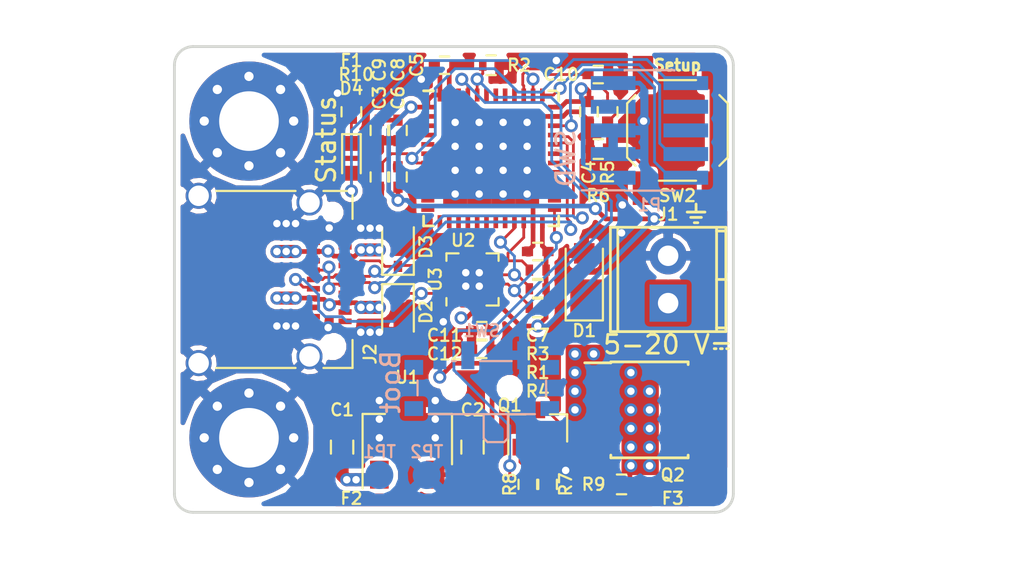
<source format=kicad_pcb>
(kicad_pcb (version 4) (host pcbnew 4.0.6)
  (title_block (title "PD Buddy Sink") (rev 0.3))
  (layers (0 F.Cu signal) (1 In1.Cu signal) (2 In2.Cu signal) (31 B.Cu signal) (34 B.Paste user) (35 F.Paste user) (36 B.SilkS user) (37 F.SilkS user) (38 B.Mask user) (39 F.Mask user) (44 Edge.Cuts user))
  (net 0 "")
  (net 1 VBUS)
  (net 2 GND)
  (net 3 +3V3)
  (net 4 /Microcontroller/nRST)
  (net 5 "/PD PHY/CC2")
  (net 6 "/PD PHY/CC1")
  (net 7 /Microcontroller/SWDIO)
  (net 8 /Microcontroller/SWCLK)
  (net 9 "Net-(Q1-Pad1)")
  (net 10 /Microcontroller/INT_N)
  (net 11 /Microcontroller/SCL)
  (net 12 /Microcontroller/SDA)
  (net 13 "Net-(R5-Pad1)")
  (net 14 /Microcontroller/OUT_CTRL)
  (net 15 "Net-(U2-Pad2)")
  (net 16 "Net-(U2-Pad3)")
  (net 17 "Net-(U2-Pad4)")
  (net 18 "Net-(U2-Pad5)")
  (net 19 "Net-(U2-Pad6)")
  (net 20 "Net-(U2-Pad10)")
  (net 21 "Net-(U2-Pad11)")
  (net 22 "Net-(U2-Pad12)")
  (net 23 "Net-(U2-Pad13)")
  (net 24 "Net-(U2-Pad14)")
  (net 25 "Net-(U2-Pad15)")
  (net 26 "Net-(U2-Pad16)")
  (net 27 "Net-(U2-Pad17)")
  (net 28 "Net-(U2-Pad18)")
  (net 29 "Net-(U2-Pad19)")
  (net 30 "Net-(U2-Pad20)")
  (net 31 "Net-(U2-Pad26)")
  (net 32 "Net-(U2-Pad27)")
  (net 33 "Net-(U2-Pad28)")
  (net 34 "Net-(U2-Pad29)")
  (net 35 "Net-(U2-Pad30)")
  (net 36 "Net-(U2-Pad40)")
  (net 37 "Net-(U2-Pad46)")
  (net 38 "Net-(D4-Pad1)")
  (net 39 /Microcontroller/D+)
  (net 40 /Microcontroller/D-)
  (net 41 /Microcontroller/SETUP)
  (net 42 "Net-(U2-Pad31)")
  (net 43 "Net-(U2-Pad41)")
  (net 44 "Net-(U2-Pad42)")
  (net 45 "Net-(U2-Pad43)")
  (net 46 "Net-(Q1-Pad3)")
  (net 47 /Output/OUT)
  (net 48 /Microcontroller/BOOT)
  (net 49 /Microcontroller/STATUS)
  (net 50 "Net-(U3-Pad12)")
  (net 51 "Net-(U3-Pad13)")
  (net 52 "Net-(P1-Pad6)")
  (net 53 "Net-(P1-Pad7)")
  (net 54 "Net-(P1-Pad8)")
  (net 55 "Net-(J2-PadA2)")
  (net 56 "Net-(J2-PadA3)")
  (net 57 "Net-(J2-PadA10)")
  (net 58 "Net-(J2-PadA8)")
  (net 59 "Net-(J2-PadA11)")
  (net 60 "Net-(J2-PadB2)")
  (net 61 "Net-(J2-PadB3)")
  (net 62 "Net-(J2-PadB8)")
  (net 63 "Net-(J2-PadB10)")
  (net 64 "Net-(J2-PadB11)")
  (module Fiducials:Fiducial_1mm_Dia_2.54mm_Outer_CopperTop (layer F.Cu) (at 110.25 81.25)
    (fp_text reference F3 (at -2 0.5) (layer F.SilkS) (effects (font (size 0.65 0.65) (thickness 0.12))))
    (fp_text value Fiducial_1mm_Dia_2.54mm_Outer_CopperTop)
    (pad ~ smd circle (at 0 0) (size 1 1) (layers F.Cu F.Mask) (clearance 0.77))
  )
  (module Fiducials:Fiducial_1mm_Dia_2.54mm_Outer_CopperTop (layer F.Cu) (at 89 81.25)
    (fp_text reference F2 (at 2 0.5) (layer F.SilkS) (effects (font (size 0.65 0.65) (thickness 0.12))))
    (fp_text value Fiducial_1mm_Dia_2.54mm_Outer_CopperTop)
    (pad ~ smd circle (at 0 0) (size 1 1) (layers F.Cu F.Mask) (clearance 0.77))
  )
  (module Housings_DFN_QFN:QFN-48-1EP_7x7mm_Pitch0.5mm (layer F.Cu) (at 98.5 63.5)
    (fp_text reference U2 (at -1.5 4.4) (layer F.SilkS) (effects (font (size 0.65 0.65) (thickness 0.12))))
    (fp_text value STM32F072C8Ux)
    (pad 1 smd rect (at -3.4 -2.75) (size 0.7 0.25) (layers F.Cu F.Paste F.Mask) (net 3 +3V3))
    (pad 2 smd rect (at -3.4 -2.25) (size 0.7 0.25) (layers F.Cu F.Paste F.Mask) (net 15 "Net-(U2-Pad2)"))
    (pad 3 smd rect (at -3.4 -1.75) (size 0.7 0.25) (layers F.Cu F.Paste F.Mask) (net 16 "Net-(U2-Pad3)"))
    (pad 4 smd rect (at -3.4 -1.25) (size 0.7 0.25) (layers F.Cu F.Paste F.Mask) (net 17 "Net-(U2-Pad4)"))
    (pad 5 smd rect (at -3.4 -0.75) (size 0.7 0.25) (layers F.Cu F.Paste F.Mask) (net 18 "Net-(U2-Pad5)"))
    (pad 6 smd rect (at -3.4 -0.25) (size 0.7 0.25) (layers F.Cu F.Paste F.Mask) (net 19 "Net-(U2-Pad6)"))
    (pad 7 smd rect (at -3.4 0.25) (size 0.7 0.25) (layers F.Cu F.Paste F.Mask) (net 4 /Microcontroller/nRST))
    (pad 8 smd rect (at -3.4 0.75) (size 0.7 0.25) (layers F.Cu F.Paste F.Mask) (net 2 GND))
    (pad 9 smd rect (at -3.4 1.25) (size 0.7 0.25) (layers F.Cu F.Paste F.Mask) (net 3 +3V3))
    (pad 10 smd rect (at -3.4 1.75) (size 0.7 0.25) (layers F.Cu F.Paste F.Mask) (net 20 "Net-(U2-Pad10)"))
    (pad 11 smd rect (at -3.4 2.25) (size 0.7 0.25) (layers F.Cu F.Paste F.Mask) (net 21 "Net-(U2-Pad11)"))
    (pad 12 smd rect (at -3.4 2.75) (size 0.7 0.25) (layers F.Cu F.Paste F.Mask) (net 22 "Net-(U2-Pad12)"))
    (pad 13 smd rect (at -2.75 3.4 90) (size 0.7 0.25) (layers F.Cu F.Paste F.Mask) (net 23 "Net-(U2-Pad13)"))
    (pad 14 smd rect (at -2.25 3.4 90) (size 0.7 0.25) (layers F.Cu F.Paste F.Mask) (net 24 "Net-(U2-Pad14)"))
    (pad 15 smd rect (at -1.75 3.4 90) (size 0.7 0.25) (layers F.Cu F.Paste F.Mask) (net 25 "Net-(U2-Pad15)"))
    (pad 16 smd rect (at -1.25 3.4 90) (size 0.7 0.25) (layers F.Cu F.Paste F.Mask) (net 26 "Net-(U2-Pad16)"))
    (pad 17 smd rect (at -0.75 3.4 90) (size 0.7 0.25) (layers F.Cu F.Paste F.Mask) (net 27 "Net-(U2-Pad17)"))
    (pad 18 smd rect (at -0.25 3.4 90) (size 0.7 0.25) (layers F.Cu F.Paste F.Mask) (net 28 "Net-(U2-Pad18)"))
    (pad 19 smd rect (at 0.25 3.4 90) (size 0.7 0.25) (layers F.Cu F.Paste F.Mask) (net 29 "Net-(U2-Pad19)"))
    (pad 20 smd rect (at 0.75 3.4 90) (size 0.7 0.25) (layers F.Cu F.Paste F.Mask) (net 30 "Net-(U2-Pad20)"))
    (pad 21 smd rect (at 1.25 3.4 90) (size 0.7 0.25) (layers F.Cu F.Paste F.Mask) (net 11 /Microcontroller/SCL))
    (pad 22 smd rect (at 1.75 3.4 90) (size 0.7 0.25) (layers F.Cu F.Paste F.Mask) (net 12 /Microcontroller/SDA))
    (pad 23 smd rect (at 2.25 3.4 90) (size 0.7 0.25) (layers F.Cu F.Paste F.Mask) (net 2 GND))
    (pad 24 smd rect (at 2.75 3.4 90) (size 0.7 0.25) (layers F.Cu F.Paste F.Mask) (net 3 +3V3))
    (pad 25 smd rect (at 3.4 2.75) (size 0.7 0.25) (layers F.Cu F.Paste F.Mask) (net 10 /Microcontroller/INT_N))
    (pad 26 smd rect (at 3.4 2.25) (size 0.7 0.25) (layers F.Cu F.Paste F.Mask) (net 31 "Net-(U2-Pad26)"))
    (pad 27 smd rect (at 3.4 1.75) (size 0.7 0.25) (layers F.Cu F.Paste F.Mask) (net 32 "Net-(U2-Pad27)"))
    (pad 28 smd rect (at 3.4 1.25) (size 0.7 0.25) (layers F.Cu F.Paste F.Mask) (net 33 "Net-(U2-Pad28)"))
    (pad 29 smd rect (at 3.4 0.75) (size 0.7 0.25) (layers F.Cu F.Paste F.Mask) (net 34 "Net-(U2-Pad29)"))
    (pad 30 smd rect (at 3.4 0.25) (size 0.7 0.25) (layers F.Cu F.Paste F.Mask) (net 35 "Net-(U2-Pad30)"))
    (pad 31 smd rect (at 3.4 -0.25) (size 0.7 0.25) (layers F.Cu F.Paste F.Mask) (net 42 "Net-(U2-Pad31)"))
    (pad 32 smd rect (at 3.4 -0.75) (size 0.7 0.25) (layers F.Cu F.Paste F.Mask) (net 40 /Microcontroller/D-))
    (pad 33 smd rect (at 3.4 -1.25) (size 0.7 0.25) (layers F.Cu F.Paste F.Mask) (net 39 /Microcontroller/D+))
    (pad 34 smd rect (at 3.4 -1.75) (size 0.7 0.25) (layers F.Cu F.Paste F.Mask) (net 7 /Microcontroller/SWDIO))
    (pad 35 smd rect (at 3.4 -2.25) (size 0.7 0.25) (layers F.Cu F.Paste F.Mask) (net 2 GND))
    (pad 36 smd rect (at 3.4 -2.75) (size 0.7 0.25) (layers F.Cu F.Paste F.Mask) (net 3 +3V3))
    (pad 37 smd rect (at 2.75 -3.4 90) (size 0.7 0.25) (layers F.Cu F.Paste F.Mask) (net 8 /Microcontroller/SWCLK))
    (pad 38 smd rect (at 2.25 -3.4 90) (size 0.7 0.25) (layers F.Cu F.Paste F.Mask) (net 49 /Microcontroller/STATUS))
    (pad 39 smd rect (at 1.75 -3.4 90) (size 0.7 0.25) (layers F.Cu F.Paste F.Mask) (net 41 /Microcontroller/SETUP))
    (pad 40 smd rect (at 1.25 -3.4 90) (size 0.7 0.25) (layers F.Cu F.Paste F.Mask) (net 36 "Net-(U2-Pad40)"))
    (pad 41 smd rect (at 0.75 -3.4 90) (size 0.7 0.25) (layers F.Cu F.Paste F.Mask) (net 43 "Net-(U2-Pad41)"))
    (pad 42 smd rect (at 0.25 -3.4 90) (size 0.7 0.25) (layers F.Cu F.Paste F.Mask) (net 44 "Net-(U2-Pad42)"))
    (pad 43 smd rect (at -0.25 -3.4 90) (size 0.7 0.25) (layers F.Cu F.Paste F.Mask) (net 45 "Net-(U2-Pad43)"))
    (pad 44 smd rect (at -0.75 -3.4 90) (size 0.7 0.25) (layers F.Cu F.Paste F.Mask) (net 48 /Microcontroller/BOOT))
    (pad 45 smd rect (at -1.25 -3.4 90) (size 0.7 0.25) (layers F.Cu F.Paste F.Mask) (net 14 /Microcontroller/OUT_CTRL))
    (pad 46 smd rect (at -1.75 -3.4 90) (size 0.7 0.25) (layers F.Cu F.Paste F.Mask) (net 37 "Net-(U2-Pad46)"))
    (pad 47 smd rect (at -2.25 -3.4 90) (size 0.7 0.25) (layers F.Cu F.Paste F.Mask) (net 2 GND))
    (pad 48 smd rect (at -2.75 -3.4 90) (size 0.7 0.25) (layers F.Cu F.Paste F.Mask) (net 3 +3V3))
    (pad 49 smd rect (at 1.93125 1.93125) (size 1.2875 1.2875) (layers F.Cu F.Paste F.Mask) (net 2 GND))
    (pad 49 smd rect (at 1.93125 0.64375) (size 1.2875 1.2875) (layers F.Cu F.Paste F.Mask) (net 2 GND))
    (pad 49 smd rect (at 1.93125 -0.64375) (size 1.2875 1.2875) (layers F.Cu F.Paste F.Mask) (net 2 GND))
    (pad 49 smd rect (at 1.93125 -1.93125) (size 1.2875 1.2875) (layers F.Cu F.Paste F.Mask) (net 2 GND))
    (pad 49 smd rect (at 0.64375 1.93125) (size 1.2875 1.2875) (layers F.Cu F.Paste F.Mask) (net 2 GND))
    (pad 49 smd rect (at 0.64375 0.64375) (size 1.2875 1.2875) (layers F.Cu F.Paste F.Mask) (net 2 GND))
    (pad 49 smd rect (at 0.64375 -0.64375) (size 1.2875 1.2875) (layers F.Cu F.Paste F.Mask) (net 2 GND))
    (pad 49 smd rect (at 0.64375 -1.93125) (size 1.2875 1.2875) (layers F.Cu F.Paste F.Mask) (net 2 GND))
    (pad 49 smd rect (at -0.64375 1.93125) (size 1.2875 1.2875) (layers F.Cu F.Paste F.Mask) (net 2 GND))
    (pad 49 smd rect (at -0.64375 0.64375) (size 1.2875 1.2875) (layers F.Cu F.Paste F.Mask) (net 2 GND))
    (pad 49 smd rect (at -0.64375 -0.64375) (size 1.2875 1.2875) (layers F.Cu F.Paste F.Mask) (net 2 GND))
    (pad 49 smd rect (at -0.64375 -1.93125) (size 1.2875 1.2875) (layers F.Cu F.Paste F.Mask) (net 2 GND))
    (pad 49 smd rect (at -1.93125 1.93125) (size 1.2875 1.2875) (layers F.Cu F.Paste F.Mask) (net 2 GND))
    (pad 49 smd rect (at -1.93125 0.64375) (size 1.2875 1.2875) (layers F.Cu F.Paste F.Mask) (net 2 GND))
    (pad 49 smd rect (at -1.93125 -0.64375) (size 1.2875 1.2875) (layers F.Cu F.Paste F.Mask) (net 2 GND))
    (pad 49 smd rect (at -1.93125 -1.93125) (size 1.2875 1.2875) (layers F.Cu F.Paste F.Mask) (net 2 GND))
  )
  (module Connectors_Terminal_Blocks:TerminalBlock_Pheonix_MPT-2.54mm_2pol (layer F.Cu) (at 108 71.27 90)
    (fp_text reference J1 (at 4.77 0 180) (layer F.SilkS) (effects (font (size 0.65 0.65) (thickness 0.12))))
    (fp_text value "5-20 V⎓" (at -2.23 0 180) (layer F.SilkS))
    (pad 2 thru_hole oval (at 2.54 0 90) (size 1.99898 1.99898) (drill 1.09728) (layers *.Cu *.Mask) (net 2 GND))
    (pad 1 thru_hole rect (at 0 0 90) (size 1.99898 1.99898) (drill 1.09728) (layers *.Cu *.Mask) (net 47 /Output/OUT))
  )
  (module Housings_SOIC:SOIC-8_3.9x4.9mm_Pitch1.27mm (layer F.Cu) (at 107 77)
    (fp_text reference Q2 (at 1.25 3.5) (layer F.SilkS) (effects (font (size 0.65 0.65) (thickness 0.12))))
    (fp_text value DMP4015SSS)
    (pad 1 smd rect (at -2.7 -1.905) (size 1.55 0.6) (layers F.Cu F.Paste F.Mask) (net 1 VBUS))
    (pad 2 smd rect (at -2.7 -0.635) (size 1.55 0.6) (layers F.Cu F.Paste F.Mask) (net 1 VBUS))
    (pad 3 smd rect (at -2.7 0.635) (size 1.55 0.6) (layers F.Cu F.Paste F.Mask) (net 1 VBUS))
    (pad 4 smd rect (at -2.7 1.905) (size 1.55 0.6) (layers F.Cu F.Paste F.Mask) (net 46 "Net-(Q1-Pad3)"))
    (pad 5 smd rect (at 2.7 1.905) (size 1.55 0.6) (layers F.Cu F.Paste F.Mask) (net 47 /Output/OUT))
    (pad 6 smd rect (at 2.7 0.635) (size 1.55 0.6) (layers F.Cu F.Paste F.Mask) (net 47 /Output/OUT))
    (pad 7 smd rect (at 2.7 -0.635) (size 1.55 0.6) (layers F.Cu F.Paste F.Mask) (net 47 /Output/OUT))
    (pad 8 smd rect (at 2.7 -1.905) (size 1.55 0.6) (layers F.Cu F.Paste F.Mask) (net 47 /Output/OUT))
  )
  (module TO_SOT_Packages_SMD:SOT-23 (layer F.Cu) (at 101 78 90)
    (fp_text reference Q1 (at 1.25 -1.5 180) (layer F.SilkS) (effects (font (size 0.65 0.65) (thickness 0.12))))
    (fp_text value MMBT2222ALT1G)
    (pad 1 smd rect (at -1 -0.95 90) (size 0.9 0.8) (layers F.Cu F.Paste F.Mask) (net 9 "Net-(Q1-Pad1)"))
    (pad 2 smd rect (at -1 0.95 90) (size 0.9 0.8) (layers F.Cu F.Paste F.Mask) (net 2 GND))
    (pad 3 smd rect (at 1 0 90) (size 0.9 0.8) (layers F.Cu F.Paste F.Mask) (net 46 "Net-(Q1-Pad3)"))
  )
  (module TO_SOT_Packages_SMD:SOT89-3_Housing (layer F.Cu) (at 94 79 90)
    (fp_text reference U1 (at 3.75 0 180) (layer F.SilkS) (effects (font (size 0.65 0.65) (thickness 0.12))))
    (fp_text value AP2204R-3.3TRG1)
    (pad 1 smd rect (at -1.48 -1.5) (size 1 1.5) (layers F.Cu F.Paste F.Mask) (net 1 VBUS))
    (pad 2 smd rect (at -1.48 0) (size 1 1.5) (layers F.Cu F.Paste F.Mask) (net 2 GND))
    (pad 3 smd rect (at -1.48 1.5) (size 1 1.5) (layers F.Cu F.Paste F.Mask) (net 3 +3V3))
    (pad 2 smd rect (at 1.48 0) (size 2 3) (layers F.Cu F.Paste F.Mask) (net 2 GND))
    (pad 2 smd trapezoid (at -0.37 0 180) (size 1.5 0.75) (rect_delta 0 0.5) (layers F.Cu F.Paste F.Mask) (net 2 GND))
  )
  (module Buttons_Switches_SMD:SW_SPST_SKQG (layer F.Cu) (at 108.5 62 270)
    (fp_text reference SW2 (at 3.5 0 360) (layer F.SilkS) (effects (font (size 0.65 0.65) (thickness 0.12))))
    (fp_text value Setup (at -3.5 0 360) (layer F.SilkS) (effects (font (size 0.6 0.6))))
    (pad 1 smd rect (at -3.1 -1.85 270) (size 1.8 1.1) (layers F.Cu F.Paste F.Mask) (net 3 +3V3))
    (pad 1 smd rect (at 3.1 -1.85 270) (size 1.8 1.1) (layers F.Cu F.Paste F.Mask) (net 3 +3V3))
    (pad 2 smd rect (at -3.1 1.85 270) (size 1.8 1.1) (layers F.Cu F.Paste F.Mask) (net 13 "Net-(R5-Pad1)"))
    (pad 2 smd rect (at 3.1 1.85 270) (size 1.8 1.1) (layers F.Cu F.Paste F.Mask) (net 13 "Net-(R5-Pad1)"))
  )
  (module Diodes_SMD:D_SOD-123F (layer F.Cu) (at 103.5 70 90)
    (fp_text reference D1 (at -2.75 0 180) (layer F.SilkS) (effects (font (size 0.65 0.65) (thickness 0.12))))
    (fp_text value SS14FL)
    (pad 1 smd rect (at -1.4 0 90) (size 1.1 1.1) (layers F.Cu F.Paste F.Mask) (net 47 /Output/OUT))
    (pad 2 smd rect (at 1.4 0 90) (size 1.1 1.1) (layers F.Cu F.Paste F.Mask) (net 2 GND))
  )
  (module pd-buddy:SW_SPDT_PCM12_NOPASTE (layer B.Cu) (at 98 75.5 180)
    (fp_text reference SW1 (at 0 2.75 180) (layer B.SilkS) (effects (font (size 0.65 0.65) (thickness 0.12)) (justify mirror)))
    (fp_text value Boot (at 4.9 0 450) (layer B.SilkS) (effects (justify mirror)))
    (pad "" np_thru_hole circle (at -1.5 -0.33 180) (size 0.9 0.9) (drill 0.9) (layers *.Cu *.Mask))
    (pad "" np_thru_hole circle (at 1.5 -0.33 180) (size 0.9 0.9) (drill 0.9) (layers *.Cu *.Mask))
    (pad 1 smd rect (at -2.25 1.43 180) (size 0.7 1.5) (layers B.Cu B.Mask) (net 2 GND))
    (pad 2 smd rect (at 0.75 1.43 180) (size 0.7 1.5) (layers B.Cu B.Mask) (net 48 /Microcontroller/BOOT))
    (pad 3 smd rect (at 2.25 1.43 180) (size 0.7 1.5) (layers B.Cu B.Mask) (net 3 +3V3))
    (pad "" smd rect (at -3.65 -1.43 180) (size 1 0.8) (layers B.Cu B.Mask))
    (pad "" smd rect (at 3.65 -1.43 180) (size 1 0.8) (layers B.Cu B.Mask))
    (pad "" smd rect (at 3.65 0.78 180) (size 1 0.8) (layers B.Cu B.Mask))
    (pad "" smd rect (at -3.65 0.78 180) (size 1 0.8) (layers B.Cu B.Mask))
  )
  (module Capacitors_SMD:C_0603 (layer F.Cu) (at 90.5 79 90)
    (fp_text reference C1 (at 2 0 180) (layer F.SilkS) (effects (font (size 0.65 0.65) (thickness 0.12))))
    (fp_text value "1.0μF 25V")
    (pad 1 smd rect (at -0.75 0 90) (size 0.8 0.75) (layers F.Cu F.Paste F.Mask) (net 1 VBUS))
    (pad 2 smd rect (at 0.75 0 90) (size 0.8 0.75) (layers F.Cu F.Paste F.Mask) (net 2 GND))
  )
  (module Capacitors_SMD:C_0603 (layer F.Cu) (at 97.5 79 90)
    (fp_text reference C2 (at 2 0 180) (layer F.SilkS) (effects (font (size 0.65 0.65) (thickness 0.12))))
    (fp_text value 2.2μF)
    (pad 1 smd rect (at -0.75 0 90) (size 0.8 0.75) (layers F.Cu F.Paste F.Mask) (net 3 +3V3))
    (pad 2 smd rect (at 0.75 0 90) (size 0.8 0.75) (layers F.Cu F.Paste F.Mask) (net 2 GND))
  )
  (module Capacitors_SMD:C_0402 (layer F.Cu) (at 92.5 64.5 90)
    (fp_text reference C3 (at 4.25 0 90) (layer F.SilkS) (effects (font (size 0.65 0.65) (thickness 0.12))))
    (fp_text value 0.1μF)
    (pad 1 smd rect (at -0.55 0 90) (size 0.6 0.5) (layers F.Cu F.Paste F.Mask) (net 2 GND))
    (pad 2 smd rect (at 0.55 0 90) (size 0.6 0.5) (layers F.Cu F.Paste F.Mask) (net 4 /Microcontroller/nRST))
  )
  (module Capacitors_SMD:C_0402 (layer F.Cu) (at 103.75 61 270)
    (fp_text reference C4 (at 3.25 0 270) (layer F.SilkS) (effects (font (size 0.65 0.65) (thickness 0.12))))
    (fp_text value 0.1μF)
    (pad 1 smd rect (at -0.55 0 270) (size 0.6 0.5) (layers F.Cu F.Paste F.Mask) (net 3 +3V3))
    (pad 2 smd rect (at 0.55 0 270) (size 0.6 0.5) (layers F.Cu F.Paste F.Mask) (net 2 GND))
  )
  (module Capacitors_SMD:C_0402 (layer F.Cu) (at 96 58.5)
    (fp_text reference C5 (at -1.5 0 90) (layer F.SilkS) (effects (font (size 0.65 0.65) (thickness 0.12))))
    (fp_text value 0.1μF)
    (pad 1 smd rect (at -0.55 0) (size 0.6 0.5) (layers F.Cu F.Paste F.Mask) (net 3 +3V3))
    (pad 2 smd rect (at 0.55 0) (size 0.6 0.5) (layers F.Cu F.Paste F.Mask) (net 2 GND))
  )
  (module Capacitors_SMD:C_0402 (layer F.Cu) (at 93.5 64.5 90)
    (fp_text reference C6 (at 4.25 0 90) (layer F.SilkS) (effects (font (size 0.65 0.65) (thickness 0.12))))
    (fp_text value 0.1μF)
    (pad 1 smd rect (at -0.55 0 90) (size 0.6 0.5) (layers F.Cu F.Paste F.Mask) (net 3 +3V3))
    (pad 2 smd rect (at 0.55 0 90) (size 0.6 0.5) (layers F.Cu F.Paste F.Mask) (net 2 GND))
  )
  (module Capacitors_SMD:C_0402 (layer F.Cu) (at 101 68.5 180)
    (fp_text reference C7 (at 0 -4.5 180) (layer F.SilkS) (effects (font (size 0.65 0.65) (thickness 0.12))))
    (fp_text value 0.1μF)
    (pad 1 smd rect (at -0.55 0 180) (size 0.6 0.5) (layers F.Cu F.Paste F.Mask) (net 3 +3V3))
    (pad 2 smd rect (at 0.55 0 180) (size 0.6 0.5) (layers F.Cu F.Paste F.Mask) (net 2 GND))
  )
  (module Capacitors_SMD:C_0402 (layer F.Cu) (at 93.5 62 270)
    (fp_text reference C8 (at -3.25 0 270) (layer F.SilkS) (effects (font (size 0.65 0.65) (thickness 0.12))))
    (fp_text value 0.1μF)
    (pad 1 smd rect (at -0.55 0 270) (size 0.6 0.5) (layers F.Cu F.Paste F.Mask) (net 3 +3V3))
    (pad 2 smd rect (at 0.55 0 270) (size 0.6 0.5) (layers F.Cu F.Paste F.Mask) (net 2 GND))
  )
  (module Capacitors_SMD:C_0402 (layer F.Cu) (at 92.5 62 270)
    (fp_text reference C9 (at -3.25 0 270) (layer F.SilkS) (effects (font (size 0.65 0.65) (thickness 0.12))))
    (fp_text value 1μF)
    (pad 1 smd rect (at -0.55 0 270) (size 0.6 0.5) (layers F.Cu F.Paste F.Mask) (net 3 +3V3))
    (pad 2 smd rect (at 0.55 0 270) (size 0.6 0.5) (layers F.Cu F.Paste F.Mask) (net 2 GND))
  )
  (module Capacitors_SMD:C_0402 (layer F.Cu) (at 104.25 59)
    (fp_text reference C10 (at -2 0) (layer F.SilkS) (effects (font (size 0.65 0.65) (thickness 0.12))))
    (fp_text value 0.1μF)
    (pad 1 smd rect (at -0.55 0) (size 0.6 0.5) (layers F.Cu F.Paste F.Mask) (net 41 /Microcontroller/SETUP))
    (pad 2 smd rect (at 0.55 0) (size 0.6 0.5) (layers F.Cu F.Paste F.Mask) (net 2 GND))
  )
  (module Capacitors_SMD:C_0402 (layer F.Cu) (at 98 72.75 180)
    (fp_text reference C11 (at 2 -0.25 180) (layer F.SilkS) (effects (font (size 0.65 0.65) (thickness 0.12))))
    (fp_text value 0.1μF)
    (pad 1 smd rect (at -0.55 0 180) (size 0.6 0.5) (layers F.Cu F.Paste F.Mask) (net 3 +3V3))
    (pad 2 smd rect (at 0.55 0 180) (size 0.6 0.5) (layers F.Cu F.Paste F.Mask) (net 2 GND))
  )
  (module Capacitors_SMD:C_0402 (layer F.Cu) (at 98 73.75 180)
    (fp_text reference C12 (at 2 -0.25 180) (layer F.SilkS) (effects (font (size 0.65 0.65) (thickness 0.12))))
    (fp_text value 1μF)
    (pad 1 smd rect (at -0.55 0 180) (size 0.6 0.5) (layers F.Cu F.Paste F.Mask) (net 3 +3V3))
    (pad 2 smd rect (at 0.55 0 180) (size 0.6 0.5) (layers F.Cu F.Paste F.Mask) (net 2 GND))
  )
  (module LEDs:LED_0603 (layer F.Cu) (at 91 63.5 270)
    (fp_text reference D4 (at -3.75 0 360) (layer F.SilkS) (effects (font (size 0.65 0.65) (thickness 0.12))))
    (fp_text value Status (at -1 1.35 270) (layer F.SilkS))
    (pad 2 smd rect (at 0.8 0 90) (size 0.8 0.8) (layers F.Cu F.Paste F.Mask) (net 49 /Microcontroller/STATUS))
    (pad 1 smd rect (at -0.8 0 90) (size 0.8 0.8) (layers F.Cu F.Paste F.Mask) (net 38 "Net-(D4-Pad1)"))
  )
  (module Resistors_SMD:R_0402 (layer F.Cu) (at 101 70.5)
    (fp_text reference R1 (at 0 4.5) (layer F.SilkS) (effects (font (size 0.65 0.65) (thickness 0.12))))
    (fp_text value 2kΩ)
    (pad 1 smd rect (at -0.45 0) (size 0.4 0.6) (layers F.Cu F.Paste F.Mask) (net 11 /Microcontroller/SCL))
    (pad 2 smd rect (at 0.45 0) (size 0.4 0.6) (layers F.Cu F.Paste F.Mask) (net 3 +3V3))
  )
  (module Resistors_SMD:R_0402 (layer F.Cu) (at 98.5 58.5 180)
    (fp_text reference R2 (at -1.5 0 180) (layer F.SilkS) (effects (font (size 0.65 0.65) (thickness 0.12))))
    (fp_text value 10kΩ)
    (pad 1 smd rect (at -0.45 0 180) (size 0.4 0.6) (layers F.Cu F.Paste F.Mask) (net 2 GND))
    (pad 2 smd rect (at 0.45 0 180) (size 0.4 0.6) (layers F.Cu F.Paste F.Mask) (net 48 /Microcontroller/BOOT))
  )
  (module Resistors_SMD:R_0402 (layer F.Cu) (at 101 69.5)
    (fp_text reference R3 (at 0 4.5) (layer F.SilkS) (effects (font (size 0.65 0.65) (thickness 0.12))))
    (fp_text value 2kΩ)
    (pad 1 smd rect (at -0.45 0) (size 0.4 0.6) (layers F.Cu F.Paste F.Mask) (net 12 /Microcontroller/SDA))
    (pad 2 smd rect (at 0.45 0) (size 0.4 0.6) (layers F.Cu F.Paste F.Mask) (net 3 +3V3))
  )
  (module Resistors_SMD:R_0402 (layer F.Cu) (at 101 71.5)
    (fp_text reference R4 (at 0 4.5) (layer F.SilkS) (effects (font (size 0.65 0.65) (thickness 0.12))))
    (fp_text value 2kΩ)
    (pad 1 smd rect (at -0.45 0) (size 0.4 0.6) (layers F.Cu F.Paste F.Mask) (net 10 /Microcontroller/INT_N))
    (pad 2 smd rect (at 0.45 0) (size 0.4 0.6) (layers F.Cu F.Paste F.Mask) (net 3 +3V3))
  )
  (module Resistors_SMD:R_0402 (layer F.Cu) (at 104.75 61 90)
    (fp_text reference R5 (at -3.25 0 90) (layer F.SilkS) (effects (font (size 0.65 0.65) (thickness 0.12))))
    (fp_text value 10kΩ)
    (pad 1 smd rect (at -0.45 0 90) (size 0.4 0.6) (layers F.Cu F.Paste F.Mask) (net 13 "Net-(R5-Pad1)"))
    (pad 2 smd rect (at 0.45 0 90) (size 0.4 0.6) (layers F.Cu F.Paste F.Mask) (net 41 /Microcontroller/SETUP))
  )
  (module Resistors_SMD:R_0402 (layer F.Cu) (at 104.25 63 180)
    (fp_text reference R6 (at 0 -2.5 180) (layer F.SilkS) (effects (font (size 0.65 0.65) (thickness 0.12))))
    (fp_text value 10kΩ)
    (pad 1 smd rect (at -0.45 0 180) (size 0.4 0.6) (layers F.Cu F.Paste F.Mask) (net 13 "Net-(R5-Pad1)"))
    (pad 2 smd rect (at 0.45 0 180) (size 0.4 0.6) (layers F.Cu F.Paste F.Mask) (net 2 GND))
  )
  (module Resistors_SMD:R_0402 (layer F.Cu) (at 101.5 81 90)
    (fp_text reference R7 (at 0 1 90) (layer F.SilkS) (effects (font (size 0.65 0.65) (thickness 0.12))))
    (fp_text value 10kΩ)
    (pad 1 smd rect (at -0.45 0 90) (size 0.4 0.6) (layers F.Cu F.Paste F.Mask) (net 14 /Microcontroller/OUT_CTRL))
    (pad 2 smd rect (at 0.45 0 90) (size 0.4 0.6) (layers F.Cu F.Paste F.Mask) (net 2 GND))
  )
  (module Resistors_SMD:R_0402 (layer F.Cu) (at 100.5 81 90)
    (fp_text reference R8 (at 0 -1 90) (layer F.SilkS) (effects (font (size 0.65 0.65) (thickness 0.12))))
    (fp_text value 2kΩ)
    (pad 1 smd rect (at -0.45 0 90) (size 0.4 0.6) (layers F.Cu F.Paste F.Mask) (net 14 /Microcontroller/OUT_CTRL))
    (pad 2 smd rect (at 0.45 0 90) (size 0.4 0.6) (layers F.Cu F.Paste F.Mask) (net 9 "Net-(Q1-Pad1)"))
  )
  (module Resistors_SMD:R_0402 (layer F.Cu) (at 91 61 90)
    (fp_text reference R10 (at 2 0.25 180) (layer F.SilkS) (effects (font (size 0.65 0.65) (thickness 0.12))))
    (fp_text value 220Ω)
    (pad 1 smd rect (at -0.45 0 90) (size 0.4 0.6) (layers F.Cu F.Paste F.Mask) (net 38 "Net-(D4-Pad1)"))
    (pad 2 smd rect (at 0.45 0 90) (size 0.4 0.6) (layers F.Cu F.Paste F.Mask) (net 2 GND))
  )
  (module Mounting_Holes:MountingHole_3.2mm_M3_Pad_Via (layer F.Cu) (at 85.5 78.5 90)
    (fp_text reference MK1)
    (fp_text value M3)
    (pad 1 thru_hole circle (at 0 0 90) (size 6.4 6.4) (drill 3.2) (layers *.Cu *.Mask) (net 2 GND))
    (pad "" thru_hole circle (at 2.4 0 90) (size 0.6 0.6) (drill 0.5) (layers *.Cu *.Mask))
    (pad "" thru_hole circle (at 1.697056 1.697056 90) (size 0.6 0.6) (drill 0.5) (layers *.Cu *.Mask))
    (pad "" thru_hole circle (at 0 2.4 90) (size 0.6 0.6) (drill 0.5) (layers *.Cu *.Mask))
    (pad "" thru_hole circle (at -1.697056 1.697056 90) (size 0.6 0.6) (drill 0.5) (layers *.Cu *.Mask))
    (pad "" thru_hole circle (at -2.4 0 90) (size 0.6 0.6) (drill 0.5) (layers *.Cu *.Mask))
    (pad "" thru_hole circle (at -1.697056 -1.697056 90) (size 0.6 0.6) (drill 0.5) (layers *.Cu *.Mask))
    (pad "" thru_hole circle (at 0 -2.4 90) (size 0.6 0.6) (drill 0.5) (layers *.Cu *.Mask))
    (pad "" thru_hole circle (at 1.697056 -1.697056 90) (size 0.6 0.6) (drill 0.5) (layers *.Cu *.Mask))
  )
  (module Mounting_Holes:MountingHole_3.2mm_M3_Pad_Via (layer F.Cu) (at 85.5 61.5 90)
    (fp_text reference MK2)
    (fp_text value M3)
    (pad 1 thru_hole circle (at 0 0 90) (size 6.4 6.4) (drill 3.2) (layers *.Cu *.Mask) (net 2 GND))
    (pad "" thru_hole circle (at 2.4 0 90) (size 0.6 0.6) (drill 0.5) (layers *.Cu *.Mask))
    (pad "" thru_hole circle (at 1.697056 1.697056 90) (size 0.6 0.6) (drill 0.5) (layers *.Cu *.Mask))
    (pad "" thru_hole circle (at 0 2.4 90) (size 0.6 0.6) (drill 0.5) (layers *.Cu *.Mask))
    (pad "" thru_hole circle (at -1.697056 1.697056 90) (size 0.6 0.6) (drill 0.5) (layers *.Cu *.Mask))
    (pad "" thru_hole circle (at -2.4 0 90) (size 0.6 0.6) (drill 0.5) (layers *.Cu *.Mask))
    (pad "" thru_hole circle (at -1.697056 -1.697056 90) (size 0.6 0.6) (drill 0.5) (layers *.Cu *.Mask))
    (pad "" thru_hole circle (at 0 -2.4 90) (size 0.6 0.6) (drill 0.5) (layers *.Cu *.Mask))
    (pad "" thru_hole circle (at 1.697056 -1.697056 90) (size 0.6 0.6) (drill 0.5) (layers *.Cu *.Mask))
  )
  (module Resistors_SMD:R_0402 (layer F.Cu) (at 105.5 81 180)
    (fp_text reference R9 (at 1.5 0 180) (layer F.SilkS) (effects (font (size 0.65 0.65) (thickness 0.12))))
    (fp_text value 100kΩ)
    (pad 1 smd rect (at -0.45 0 180) (size 0.4 0.6) (layers F.Cu F.Paste F.Mask) (net 1 VBUS))
    (pad 2 smd rect (at 0.45 0 180) (size 0.4 0.6) (layers F.Cu F.Paste F.Mask) (net 46 "Net-(Q1-Pad3)"))
  )
  (module Measurement_Points:Measurement_Point_Round-SMD-Pad_Small (layer B.Cu) (at 92.5 80.5)
    (fp_text reference TP1 (at 0 -1.25) (layer B.SilkS) (effects (font (size 0.65 0.65) (thickness 0.12)) (justify mirror)))
    (fp_text value VBUS)
    (pad 1 smd circle (at 0 0) (size 1.5 1.5) (layers B.Cu B.Mask) (net 1 VBUS))
  )
  (module Measurement_Points:Measurement_Point_Round-SMD-Pad_Small (layer B.Cu) (at 95.04 80.5)
    (fp_text reference TP2 (at 0 -1.25) (layer B.SilkS) (effects (font (size 0.65 0.65) (thickness 0.12)) (justify mirror)))
    (fp_text value GND)
    (pad 1 smd circle (at 0 0) (size 1.5 1.5) (layers B.Cu B.Mask) (net 2 GND))
  )
  (module Fiducials:Fiducial_1mm_Dia_2.54mm_Outer_CopperTop (layer F.Cu) (at 89 58.75)
    (fp_text reference F1 (at 2 -0.5) (layer F.SilkS) (effects (font (size 0.65 0.65) (thickness 0.12))))
    (fp_text value Fiducial_1mm_Dia_2.54mm_Outer_CopperTop)
    (pad ~ smd circle (at 0 0) (size 1 1) (layers F.Cu F.Mask) (clearance 0.77))
  )
  (module Housings_DFN_QFN:Fairchild_MLP14D (layer F.Cu) (at 97.5 70 90)
    (fp_text reference U3 (at 0 -2 90) (layer F.SilkS) (effects (font (size 0.65 0.65) (thickness 0.12))))
    (fp_text value FUSB302BMPX)
    (pad 2 smd rect (at -1.215 0 90) (size 0.58 0.3) (layers F.Cu F.Paste F.Mask) (net 1 VBUS))
    (pad 1 smd rect (at -1.215 -0.5 90) (size 0.58 0.3) (layers F.Cu F.Paste F.Mask) (net 5 "/PD PHY/CC2"))
    (pad 3 smd rect (at -1.215 0.5 90) (size 0.58 0.3) (layers F.Cu F.Paste F.Mask) (net 3 +3V3))
    (pad 8 smd rect (at 1.215 0.5 90) (size 0.58 0.3) (layers F.Cu F.Paste F.Mask) (net 2 GND))
    (pad 10 smd rect (at 1.215 -0.5 90) (size 0.58 0.3) (layers F.Cu F.Paste F.Mask) (net 6 "/PD PHY/CC1"))
    (pad 9 smd rect (at 1.215 0 90) (size 0.58 0.3) (layers F.Cu F.Paste F.Mask) (net 2 GND))
    (pad 4 smd rect (at -0.75 1.215 90) (size 0.3 0.58) (layers F.Cu F.Paste F.Mask) (net 3 +3V3))
    (pad 5 smd rect (at -0.25 1.215 90) (size 0.3 0.58) (layers F.Cu F.Paste F.Mask) (net 10 /Microcontroller/INT_N))
    (pad 6 smd rect (at 0.25 1.215 90) (size 0.3 0.58) (layers F.Cu F.Paste F.Mask) (net 11 /Microcontroller/SCL))
    (pad 7 smd rect (at 0.75 1.215 90) (size 0.3 0.58) (layers F.Cu F.Paste F.Mask) (net 12 /Microcontroller/SDA))
    (pad 11 smd rect (at 0.75 -1.215 90) (size 0.3 0.58) (layers F.Cu F.Paste F.Mask) (net 6 "/PD PHY/CC1"))
    (pad 12 smd rect (at 0.25 -1.215 90) (size 0.3 0.58) (layers F.Cu F.Paste F.Mask) (net 50 "Net-(U3-Pad12)"))
    (pad 13 smd rect (at -0.25 -1.215 90) (size 0.3 0.58) (layers F.Cu F.Paste F.Mask) (net 51 "Net-(U3-Pad13)"))
    (pad 14 smd rect (at -0.75 -1.215 90) (size 0.3 0.58) (layers F.Cu F.Paste F.Mask) (net 5 "/PD PHY/CC2"))
    (pad 15 smd rect (at -0.3625 0.3625 90) (size 0.725 0.725) (layers F.Cu F.Paste F.Mask) (net 2 GND))
    (pad 15 smd rect (at 0.3625 0.3625 90) (size 0.725 0.725) (layers F.Cu F.Paste F.Mask) (net 2 GND))
    (pad 15 smd rect (at -0.3625 -0.3625 90) (size 0.725 0.725) (layers F.Cu F.Paste F.Mask) (net 2 GND))
    (pad 15 smd rect (at 0.3625 -0.3625 90) (size 0.725 0.725) (layers F.Cu F.Paste F.Mask) (net 2 GND))
  )
  (module pd-buddy:Pin_Header_Straight_2x05_Pitch1.27mm_SMD_NOPASTE (layer B.Cu) (at 107 62)
    (fp_text reference P1 (at 0 4) (layer B.SilkS) (effects (font (size 0.65 0.65) (thickness 0.12)) (justify mirror)))
    (fp_text value SWD (at -4.5 1.5 90) (layer B.SilkS) (effects (justify mirror)))
    (pad 1 smd rect (at -1.95 2.54) (size 2.4 0.75) (layers B.Cu B.Mask) (net 3 +3V3))
    (pad 2 smd rect (at 1.95 2.54) (size 2.4 0.75) (layers B.Cu B.Mask) (net 7 /Microcontroller/SWDIO))
    (pad 3 smd rect (at -1.95 1.27) (size 2.4 0.75) (layers B.Cu B.Mask) (net 2 GND))
    (pad 4 smd rect (at 1.95 1.27) (size 2.4 0.75) (layers B.Cu B.Mask) (net 8 /Microcontroller/SWCLK))
    (pad 5 smd rect (at -1.95 0) (size 2.4 0.75) (layers B.Cu B.Mask) (net 2 GND))
    (pad 6 smd rect (at 1.95 0) (size 2.4 0.75) (layers B.Cu B.Mask) (net 52 "Net-(P1-Pad6)"))
    (pad 7 smd rect (at -1.95 -1.27) (size 2.4 0.75) (layers B.Cu B.Mask) (net 53 "Net-(P1-Pad7)"))
    (pad 8 smd rect (at 1.95 -1.27) (size 2.4 0.75) (layers B.Cu B.Mask) (net 54 "Net-(P1-Pad8)"))
    (pad 9 smd rect (at -1.95 -2.54) (size 2.4 0.75) (layers B.Cu B.Mask) (net 2 GND))
    (pad 10 smd rect (at 1.95 -2.54) (size 2.4 0.75) (layers B.Cu B.Mask) (net 4 /Microcontroller/nRST))
  )
  (module pd-buddy:Amphenol-12401610E4#2A (layer F.Cu) (at 90 70 270)
    (fp_text reference J2 (at 4 -2 270) (layer F.SilkS) (effects (font (size 0.65 0.65) (thickness 0.12))))
    (fp_text value USB_C_Receptacle)
    (pad S1 thru_hole circle (at -4.13 1.25 270) (size 1.4 1.4) (drill 1.1) (layers *.Cu *.Mask) (net 2 GND))
    (pad A1 smd rect (at -2.75 -0.66 270) (size 0.3 0.7) (layers F.Cu F.Paste F.Mask) (net 2 GND))
    (pad A2 smd rect (at -2.25 -0.66 270) (size 0.3 0.7) (layers F.Cu F.Paste F.Mask) (net 55 "Net-(J2-PadA2)"))
    (pad A3 smd rect (at -1.75 -0.66 270) (size 0.3 0.7) (layers F.Cu F.Paste F.Mask) (net 56 "Net-(J2-PadA3)"))
    (pad A4 smd rect (at -1.25 -0.66 270) (size 0.3 0.7) (layers F.Cu F.Paste F.Mask) (net 1 VBUS))
    (pad A5 smd rect (at -0.75 -0.66 270) (size 0.3 0.7) (layers F.Cu F.Paste F.Mask) (net 6 "/PD PHY/CC1"))
    (pad A6 smd rect (at -0.25 -0.66 270) (size 0.3 0.7) (layers F.Cu F.Paste F.Mask) (net 39 /Microcontroller/D+))
    (pad A7 smd rect (at 0.25 -0.66 270) (size 0.3 0.7) (layers F.Cu F.Paste F.Mask) (net 40 /Microcontroller/D-))
    (pad A12 smd rect (at 2.75 -0.66 270) (size 0.3 0.7) (layers F.Cu F.Paste F.Mask) (net 2 GND))
    (pad A10 smd rect (at 1.75 -0.66 270) (size 0.3 0.7) (layers F.Cu F.Paste F.Mask) (net 57 "Net-(J2-PadA10)"))
    (pad A9 smd rect (at 1.25 -0.66 270) (size 0.3 0.7) (layers F.Cu F.Paste F.Mask) (net 1 VBUS))
    (pad A8 smd rect (at 0.75 -0.66 270) (size 0.3 0.7) (layers F.Cu F.Paste F.Mask) (net 58 "Net-(J2-PadA8)"))
    (pad A11 smd rect (at 2.25 -0.66 270) (size 0.3 0.7) (layers F.Cu F.Paste F.Mask) (net 59 "Net-(J2-PadA11)"))
    (pad B1 smd rect (at 2.5 1.04 270) (size 0.3 0.7) (layers F.Cu F.Paste F.Mask) (net 2 GND))
    (pad S1 thru_hole circle (at 4.13 1.25 270) (size 1.4 1.4) (drill 1.1) (layers *.Cu *.Mask) (net 2 GND))
    (pad S1 thru_hole circle (at 4.49 7.2 270) (size 1.4 1.4) (drill 1.1) (layers *.Cu *.Mask) (net 2 GND))
    (pad S1 thru_hole circle (at -4.49 7.2 270) (size 1.4 1.4) (drill 1.1) (layers *.Cu *.Mask) (net 2 GND))
    (pad "" np_thru_hole circle (at 3.6 0 270) (size 0.95 0.95) (drill 0.95) (layers *.Cu *.Mask))
    (pad "" np_thru_hole circle (at -3.6 0 270) (size 0.65 0.65) (drill 0.65) (layers *.Cu *.Mask))
    (pad B2 smd rect (at 2 1.04 270) (size 0.3 0.7) (layers F.Cu F.Paste F.Mask) (net 60 "Net-(J2-PadB2)"))
    (pad B3 smd rect (at 1.5 1.04 270) (size 0.3 0.7) (layers F.Cu F.Paste F.Mask) (net 61 "Net-(J2-PadB3)"))
    (pad B4 smd rect (at 1 1.04 270) (size 0.3 0.7) (layers F.Cu F.Paste F.Mask) (net 1 VBUS))
    (pad B5 smd rect (at 0.5 1.04 270) (size 0.3 0.7) (layers F.Cu F.Paste F.Mask) (net 5 "/PD PHY/CC2"))
    (pad B6 smd rect (at 0 1.04 270) (size 0.3 0.7) (layers F.Cu F.Paste F.Mask) (net 39 /Microcontroller/D+))
    (pad B7 smd rect (at -0.5 1.04 270) (size 0.3 0.7) (layers F.Cu F.Paste F.Mask) (net 40 /Microcontroller/D-))
    (pad B8 smd rect (at -1 1.04 270) (size 0.3 0.7) (layers F.Cu F.Paste F.Mask) (net 62 "Net-(J2-PadB8)"))
    (pad B9 smd rect (at -1.5 1.04 270) (size 0.3 0.7) (layers F.Cu F.Paste F.Mask) (net 1 VBUS))
    (pad B10 smd rect (at -2 1.04 270) (size 0.3 0.7) (layers F.Cu F.Paste F.Mask) (net 63 "Net-(J2-PadB10)"))
    (pad B11 smd rect (at -2.5 1.04 270) (size 0.3 0.7) (layers F.Cu F.Paste F.Mask) (net 64 "Net-(J2-PadB11)"))
    (pad B12 smd rect (at -3 1.04 270) (size 0.3 0.7) (layers F.Cu F.Paste F.Mask) (net 2 GND))
  )
  (module Diodes_SMD:D_SOD-323 (layer F.Cu) (at 93.5 71.75 270)
    (fp_text reference D2 (at 0 -1.5 270) (layer F.SilkS) (effects (font (size 0.65 0.65) (thickness 0.12))))
    (fp_text value MM3Z5V6T1G)
    (pad 1 smd rect (at -1.05 0 270) (size 0.6 0.45) (layers F.Cu F.Paste F.Mask) (net 5 "/PD PHY/CC2"))
    (pad 2 smd rect (at 1.05 0 270) (size 0.6 0.45) (layers F.Cu F.Paste F.Mask) (net 2 GND))
  )
  (module Diodes_SMD:D_SOD-323 (layer F.Cu) (at 93.5 68.25 90)
    (fp_text reference D3 (at 0 1.5 90) (layer F.SilkS) (effects (font (size 0.65 0.65) (thickness 0.12))))
    (fp_text value MM3Z5V6T1G)
    (pad 1 smd rect (at -1.05 0 90) (size 0.6 0.45) (layers F.Cu F.Paste F.Mask) (net 6 "/PD PHY/CC1"))
    (pad 2 smd rect (at 1.05 0 90) (size 0.6 0.45) (layers F.Cu F.Paste F.Mask) (net 2 GND))
  )
  (gr_text ⏚ (at 109.5 66.5) (layer F.SilkS) (effects (font (size 1 1))))
  (gr_arc (start 110.5 81.5) (end 111.5 81.5) (angle 90) (layer Edge.Cuts) (width 0.15))
  (gr_arc (start 110.5 58.5) (end 110.5 57.5) (angle 90) (layer Edge.Cuts) (width 0.15))
  (gr_arc (start 82.5 81.5) (end 82.5 82.5) (angle 90) (layer Edge.Cuts) (width 0.15))
  (gr_arc (start 82.5 58.5) (end 81.5 58.5) (angle 90) (layer Edge.Cuts) (width 0.15))
  (gr_line (start 110.5 57.5) (end 82.5 57.5) (layer Edge.Cuts) (width 0.15))
  (gr_line (start 111.5 81.5) (end 111.5 58.5) (layer Edge.Cuts) (width 0.15))
  (gr_line (start 82.5 82.5) (end 110.5 82.5) (layer Edge.Cuts) (width 0.15))
  (gr_line (start 81.5 58.5) (end 81.5 81.5) (layer Edge.Cuts) (width 0.15))
  (segment (start 97.192337 72.062663) (end 96.88761 72.062663) (width 0.25) (layer F.Cu) (net 1))
  (segment (start 97.5 71.755) (end 97.192337 72.062663) (width 0.25) (layer F.Cu) (net 1))
  (segment (start 97.5 71.215) (end 97.5 71.755) (width 0.25) (layer F.Cu) (net 1))
  (via (at 96.88761 72.062663) (size 0.7) (drill 0.4) (layers F.Cu B.Cu) (net 1))
  (segment (start 90.75 80.75) (end 91.25 80.75) (width 0.7) (layer F.Cu) (net 1))
  (segment (start 90.75 80.75) (end 91.25 80.75) (width 0.7) (layer B.Cu) (net 1))
  (segment (start 91.25 80.75) (end 92.25 80.75) (width 0.7) (layer B.Cu) (net 1))
  (segment (start 92.25 80.75) (end 92.5 80.5) (width 0.7) (layer B.Cu) (net 1))
  (segment (start 91.25 80.75) (end 92.23 80.75) (width 0.7) (layer F.Cu) (net 1))
  (segment (start 92.23 80.75) (end 92.5 80.48) (width 0.7) (layer F.Cu) (net 1))
  (via (at 91.25 80.75) (size 0.7) (drill 0.4) (layers F.Cu B.Cu) (net 1))
  (segment (start 90.5 79.75) (end 90.5 80.5) (width 0.7) (layer F.Cu) (net 1))
  (segment (start 90.5 80.5) (end 90.75 80.75) (width 0.7) (layer F.Cu) (net 1))
  (via (at 90.75 80.75) (size 0.7) (drill 0.4) (layers F.Cu B.Cu) (net 1))
  (segment (start 106 77) (end 106 76) (width 0.6) (layer F.Cu) (net 1))
  (via (at 106 76) (size 0.7) (drill 0.4) (layers F.Cu B.Cu) (net 1))
  (segment (start 106 78) (end 106 77) (width 0.6) (layer F.Cu) (net 1))
  (via (at 106 77) (size 0.7) (drill 0.4) (layers F.Cu B.Cu) (net 1))
  (segment (start 106.095 75.095) (end 106 75) (width 0.6) (layer F.Cu) (net 1))
  (segment (start 107 76) (end 106 75) (width 0.6) (layer F.Cu) (net 1))
  (via (at 106 75) (size 0.7) (drill 0.4) (layers F.Cu B.Cu) (net 1))
  (segment (start 104.3 75.095) (end 106.095 75.095) (width 0.6) (layer F.Cu) (net 1))
  (segment (start 106 79) (end 106 78) (width 0.6) (layer F.Cu) (net 1))
  (via (at 106 78) (size 0.7) (drill 0.4) (layers F.Cu B.Cu) (net 1))
  (segment (start 105.95 80.05) (end 106 80) (width 0.25) (layer F.Cu) (net 1))
  (segment (start 105.95 81) (end 105.95 80.05) (width 0.25) (layer F.Cu) (net 1))
  (segment (start 107 80) (end 106 80) (width 0.6) (layer F.Cu) (net 1))
  (via (at 106 80) (size 0.7) (drill 0.4) (layers F.Cu B.Cu) (net 1))
  (segment (start 107 79) (end 106 79) (width 0.6) (layer F.Cu) (net 1))
  (via (at 106 79) (size 0.7) (drill 0.4) (layers F.Cu B.Cu) (net 1))
  (segment (start 107 79) (end 107 80) (width 0.6) (layer F.Cu) (net 1))
  (via (at 107 80) (size 0.7) (drill 0.4) (layers F.Cu B.Cu) (net 1))
  (segment (start 103 77) (end 103 76) (width 0.6) (layer F.Cu) (net 1))
  (segment (start 103 76) (end 103 75) (width 0.6) (layer F.Cu) (net 1))
  (segment (start 103 75) (end 103 74) (width 0.6) (layer F.Cu) (net 1))
  (segment (start 103 74) (end 104 74) (width 0.6) (layer F.Cu) (net 1))
  (segment (start 107 78) (end 107 79) (width 0.6) (layer F.Cu) (net 1))
  (via (at 107 79) (size 0.7) (drill 0.4) (layers F.Cu B.Cu) (net 1))
  (segment (start 107 77) (end 107 78) (width 0.6) (layer F.Cu) (net 1))
  (via (at 107 78) (size 0.7) (drill 0.4) (layers F.Cu B.Cu) (net 1))
  (segment (start 107 76) (end 107 77) (width 0.6) (layer F.Cu) (net 1))
  (via (at 107 77) (size 0.7) (drill 0.4) (layers F.Cu B.Cu) (net 1))
  (via (at 107 76) (size 0.7) (drill 0.4) (layers F.Cu B.Cu) (net 1))
  (via (at 104 74) (size 0.7) (drill 0.4) (layers F.Cu B.Cu) (net 1))
  (via (at 103 74) (size 0.7) (drill 0.4) (layers F.Cu B.Cu) (net 1))
  (via (at 103 75) (size 0.7) (drill 0.4) (layers F.Cu B.Cu) (net 1))
  (via (at 103 76) (size 0.7) (drill 0.4) (layers F.Cu B.Cu) (net 1))
  (segment (start 104.3 77.635) (end 103.635 77.635) (width 0.6) (layer F.Cu) (net 1))
  (segment (start 103.635 77.635) (end 103 77) (width 0.6) (layer F.Cu) (net 1))
  (via (at 103 77) (size 0.7) (drill 0.4) (layers F.Cu B.Cu) (net 1))
  (segment (start 88 68.5) (end 87.499996 68.5) (width 0.7) (layer F.Cu) (net 1))
  (via (at 87.499996 68.5) (size 0.7) (drill 0.4) (layers F.Cu B.Cu) (net 1))
  (via (at 91.519791 68.41499) (size 0.7) (drill 0.4) (layers F.Cu B.Cu) (net 1))
  (segment (start 90.66 68.75) (end 90.674989 68.764989) (width 0.25) (layer F.Cu) (net 1))
  (segment (start 91.999996 68.41499) (end 91.519791 68.41499) (width 0.7) (layer F.Cu) (net 1))
  (segment (start 90.674989 68.764989) (end 91.169792 68.764989) (width 0.25) (layer F.Cu) (net 1))
  (segment (start 91.169792 68.764989) (end 91.519791 68.41499) (width 0.25) (layer F.Cu) (net 1))
  (via (at 91.999996 68.41499) (size 0.7) (drill 0.4) (layers F.Cu B.Cu) (net 1))
  (segment (start 89.723059 68.5) (end 89.744915 68.478144) (width 0.25) (layer F.Cu) (net 1))
  (segment (start 90.66 68.75) (end 90.06 68.75) (width 0.25) (layer F.Cu) (net 1))
  (segment (start 89.788144 68.478144) (end 89.744915 68.478144) (width 0.25) (layer F.Cu) (net 1))
  (via (at 89.744915 68.478144) (size 0.7) (drill 0.4) (layers F.Cu B.Cu) (net 1))
  (segment (start 90.06 68.75) (end 89.788144 68.478144) (width 0.25) (layer F.Cu) (net 1))
  (segment (start 92.5 68.41499) (end 91.999996 68.41499) (width 0.7) (layer F.Cu) (net 1))
  (via (at 92.5 68.41499) (size 0.7) (drill 0.4) (layers F.Cu B.Cu) (net 1))
  (segment (start 87.999986 71) (end 87 71) (width 0.7) (layer F.Cu) (net 1))
  (via (at 87 71) (size 0.7) (drill 0.4) (layers F.Cu B.Cu) (net 1))
  (segment (start 87.999986 71) (end 87.5 71) (width 0.7) (layer F.Cu) (net 1))
  (via (at 87.5 71) (size 0.7) (drill 0.4) (layers F.Cu B.Cu) (net 1))
  (via (at 87.999986 71) (size 0.7) (drill 0.4) (layers F.Cu B.Cu) (net 1))
  (segment (start 92.25 71.5) (end 92.5 71.5) (width 0.7) (layer F.Cu) (net 1))
  (segment (start 92 71.5) (end 92.5 71.5) (width 0.7) (layer F.Cu) (net 1))
  (via (at 92.5 71.5) (size 0.7) (drill 0.4) (layers F.Cu B.Cu) (net 1))
  (via (at 92 71.5) (size 0.7) (drill 0.4) (layers F.Cu B.Cu) (net 1))
  (segment (start 92 71.5) (end 91.5117 71.5) (width 0.7) (layer F.Cu) (net 1))
  (segment (start 91.5117 71.5) (end 91.509715 71.498015) (width 0.7) (layer F.Cu) (net 1))
  (segment (start 91.2617 71.25) (end 91.509715 71.498015) (width 0.25) (layer F.Cu) (net 1))
  (segment (start 90.66 71.25) (end 91.2617 71.25) (width 0.25) (layer F.Cu) (net 1))
  (via (at 91.509715 71.498015) (size 0.7) (drill 0.4) (layers F.Cu B.Cu) (net 1))
  (segment (start 89.929825 71.25) (end 89.820464 71.359361) (width 0.25) (layer F.Cu) (net 1))
  (segment (start 89.526102 71.064999) (end 89.820464 71.359361) (width 0.25) (layer F.Cu) (net 1))
  (segment (start 90.66 71.25) (end 89.929825 71.25) (width 0.25) (layer F.Cu) (net 1))
  (via (at 89.820464 71.359361) (size 0.7) (drill 0.4) (layers F.Cu B.Cu) (net 1))
  (segment (start 88 68.5) (end 87 68.5) (width 0.7) (layer F.Cu) (net 1))
  (via (at 87 68.5) (size 0.7) (drill 0.4) (layers F.Cu B.Cu) (net 1))
  (via (at 88 68.5) (size 0.7) (drill 0.4) (layers F.Cu B.Cu) (net 1))
  (segment (start 88.96 68.5) (end 88 68.5) (width 0.25) (layer F.Cu) (net 1))
  (segment (start 88.96 68.5) (end 89.723059 68.5) (width 0.25) (layer F.Cu) (net 1))
  (segment (start 88.96 71) (end 88 71) (width 0.25) (layer F.Cu) (net 1))
  (segment (start 88.96 71) (end 89.024999 71.064999) (width 0.25) (layer F.Cu) (net 1))
  (segment (start 89.024999 71.064999) (end 89.526102 71.064999) (width 0.25) (layer F.Cu) (net 1))
  (via (at 94.75 59.25) (size 0.7) (drill 0.4) (layers F.Cu B.Cu) (net 2))
  (segment (start 105.191537 65.650001) (end 105.541536 66) (width 0.25) (layer F.Cu) (net 2))
  (segment (start 103.8 63) (end 103.8 64.258464) (width 0.25) (layer F.Cu) (net 2))
  (via (at 105.541536 66) (size 0.7) (drill 0.4) (layers F.Cu B.Cu) (net 2))
  (segment (start 103.8 64.258464) (end 105.191537 65.650001) (width 0.25) (layer F.Cu) (net 2))
  (segment (start 96.28164 72.622367) (end 95.931641 72.272368) (width 0.25) (layer F.Cu) (net 2))
  (segment (start 96.409273 72.75) (end 96.28164 72.622367) (width 0.25) (layer F.Cu) (net 2))
  (segment (start 97.45 72.75) (end 96.409273 72.75) (width 0.25) (layer F.Cu) (net 2))
  (via (at 95.931641 72.272368) (size 0.7) (drill 0.4) (layers F.Cu B.Cu) (net 2))
  (segment (start 105.05 59.46) (end 106.46 59.46) (width 0.25) (layer B.Cu) (net 2))
  (segment (start 106.46 59.46) (end 106.685978 59.685978) (width 0.25) (layer B.Cu) (net 2))
  (segment (start 106.685978 59.685978) (end 106.685978 61.005026) (width 0.25) (layer B.Cu) (net 2))
  (segment (start 106.685978 61.005026) (end 106.685978 61.5) (width 0.25) (layer B.Cu) (net 2))
  (segment (start 106.685978 61.814022) (end 106.685978 61.5) (width 0.25) (layer B.Cu) (net 2))
  (segment (start 106.5 62) (end 106.685978 61.814022) (width 0.25) (layer B.Cu) (net 2))
  (segment (start 105.05 62) (end 106.5 62) (width 0.25) (layer B.Cu) (net 2))
  (via (at 106.685978 61.5) (size 0.7) (drill 0.4) (layers F.Cu B.Cu) (net 2))
  (segment (start 99.65 58.25) (end 102 58.25) (width 0.25) (layer F.Cu) (net 2))
  (segment (start 99.4 58.5) (end 99.65 58.25) (width 0.25) (layer F.Cu) (net 2))
  (segment (start 98.95 58.5) (end 99.4 58.5) (width 0.25) (layer F.Cu) (net 2))
  (via (at 96.56875 65.414989) (size 0.7) (drill 0.4) (layers F.Cu B.Cu) (net 2))
  (via (at 100.43125 65.414989) (size 0.7) (drill 0.4) (layers F.Cu B.Cu) (net 2))
  (segment (start 100.75 65.733739) (end 100.43125 65.414989) (width 0.25) (layer F.Cu) (net 2))
  (via (at 97.85625 65.414989) (size 0.7) (drill 0.4) (layers F.Cu B.Cu) (net 2))
  (segment (start 103.75 61.5) (end 103.75 61.55) (width 0.25) (layer F.Cu) (net 2))
  (segment (start 102.362206 61.25) (end 102.612206 61) (width 0.25) (layer F.Cu) (net 2))
  (via (at 99.14375 65.414989) (size 0.7) (drill 0.4) (layers F.Cu B.Cu) (net 2))
  (segment (start 102.612206 61) (end 103.25 61) (width 0.25) (layer F.Cu) (net 2))
  (segment (start 103.25 61) (end 103.75 61.5) (width 0.25) (layer F.Cu) (net 2))
  (segment (start 101.9 61.25) (end 102.362206 61.25) (width 0.25) (layer F.Cu) (net 2))
  (segment (start 100.75 66.9) (end 100.75 65.733739) (width 0.25) (layer F.Cu) (net 2))
  (segment (start 87.5 67) (end 87 67) (width 0.25) (layer F.Cu) (net 2))
  (via (at 87 67) (size 0.7) (drill 0.4) (layers F.Cu B.Cu) (net 2))
  (segment (start 87.25 67) (end 87.5 67) (width 0.25) (layer F.Cu) (net 2))
  (segment (start 88 67) (end 87.5 67) (width 0.25) (layer F.Cu) (net 2))
  (via (at 87.5 67) (size 0.7) (drill 0.4) (layers F.Cu B.Cu) (net 2))
  (via (at 88 67) (size 0.7) (drill 0.4) (layers F.Cu B.Cu) (net 2))
  (segment (start 89.570406 67) (end 89.807319 67.236913) (width 0.25) (layer F.Cu) (net 2))
  (segment (start 90.66 67.25) (end 89.820406 67.25) (width 0.25) (layer F.Cu) (net 2))
  (segment (start 89.820406 67.25) (end 89.807319 67.236913) (width 0.25) (layer F.Cu) (net 2))
  (via (at 89.807319 67.236913) (size 0.7) (drill 0.4) (layers F.Cu B.Cu) (net 2))
  (segment (start 91 60.55) (end 90.55 60.55) (width 0.25) (layer F.Cu) (net 2))
  (segment (start 90.25 60.25) (end 90.25 60.000086) (width 0.25) (layer F.Cu) (net 2))
  (segment (start 90.55 60.55) (end 90.25 60.25) (width 0.25) (layer F.Cu) (net 2))
  (via (at 90.25 60.000086) (size 0.7) (drill 0.4) (layers F.Cu B.Cu) (net 2))
  (segment (start 85.5 61.5) (end 86.365802 61.5) (width 0.25) (layer F.Cu) (net 2))
  (segment (start 86.365802 61.5) (end 87.782057 62.916255) (width 0.25) (layer F.Cu) (net 2))
  (segment (start 87.782057 62.916255) (end 87.782057 63.717943) (width 0.25) (layer F.Cu) (net 2))
  (segment (start 85.5 78.5) (end 86.365802 78.5) (width 0.25) (layer F.Cu) (net 2))
  (segment (start 86.365802 78.5) (end 87.782057 77.083745) (width 0.25) (layer F.Cu) (net 2))
  (segment (start 87.782057 77.083745) (end 87.782057 76.282057) (width 0.25) (layer F.Cu) (net 2))
  (segment (start 87.782057 76.282057) (end 87.75 76.25) (width 0.25) (layer F.Cu) (net 2))
  (via (at 105.5 67.5) (size 0.7) (drill 0.4) (layers F.Cu B.Cu) (net 2))
  (segment (start 101.5 80.55) (end 102.2 80.55) (width 0.25) (layer F.Cu) (net 2))
  (segment (start 102.2 80.55) (end 102.5 80.25) (width 0.25) (layer F.Cu) (net 2))
  (via (at 102.5 80.25) (size 0.7) (drill 0.4) (layers F.Cu B.Cu) (net 2))
  (segment (start 98 68.785) (end 98 69.5) (width 0.25) (layer F.Cu) (net 2))
  (segment (start 98 69.5) (end 97.8625 69.6375) (width 0.25) (layer F.Cu) (net 2))
  (segment (start 97.5 68.785) (end 97.5 68.245) (width 0.25) (layer F.Cu) (net 2))
  (segment (start 97.5 68.245) (end 97.745 68) (width 0.25) (layer F.Cu) (net 2))
  (segment (start 97.745 68) (end 97.755 68) (width 0.25) (layer F.Cu) (net 2))
  (segment (start 97.755 68) (end 98 68.245) (width 0.25) (layer F.Cu) (net 2))
  (segment (start 98 68.245) (end 98 68.785) (width 0.25) (layer F.Cu) (net 2))
  (via (at 97.1375 70.3625) (size 0.7) (drill 0.4) (layers F.Cu B.Cu) (net 2))
  (via (at 97.8625 70.3625) (size 0.7) (drill 0.4) (layers F.Cu B.Cu) (net 2))
  (via (at 97.8625 69.6375) (size 0.7) (drill 0.4) (layers F.Cu B.Cu) (net 2))
  (via (at 97.1375 69.6375) (size 0.7) (drill 0.4) (layers F.Cu B.Cu) (net 2))
  (via (at 102 58.25) (size 0.7) (drill 0.4) (layers F.Cu B.Cu) (net 2))
  (segment (start 105.05 62) (end 105.05 63.27) (width 0.25) (layer B.Cu) (net 2))
  (segment (start 95.1 64.25) (end 93.8 64.25) (width 0.25) (layer F.Cu) (net 2))
  (segment (start 93.8 64.25) (end 93.5 63.95) (width 0.25) (layer F.Cu) (net 2))
  (segment (start 96.25 60.1) (end 96.25 58.8) (width 0.25) (layer F.Cu) (net 2))
  (segment (start 96.25 58.8) (end 96.55 58.5) (width 0.25) (layer F.Cu) (net 2))
  (segment (start 95.5 78.5) (end 94.98 78.5) (width 0.7) (layer F.Cu) (net 2))
  (segment (start 94.98 78.5) (end 94 77.52) (width 0.25) (layer F.Cu) (net 2))
  (via (at 95.5 78.5) (size 0.7) (drill 0.4) (layers F.Cu B.Cu) (net 2))
  (segment (start 92.5 78.5) (end 93.02 78.5) (width 0.7) (layer F.Cu) (net 2))
  (segment (start 93.02 78.5) (end 94 77.52) (width 0.25) (layer F.Cu) (net 2))
  (via (at 92.5 78.5) (size 0.7) (drill 0.4) (layers F.Cu B.Cu) (net 2))
  (segment (start 95.5 76.5) (end 95.02 76.5) (width 0.7) (layer F.Cu) (net 2))
  (segment (start 95.02 76.5) (end 94 77.52) (width 0.25) (layer F.Cu) (net 2))
  (via (at 95.5 76.5) (size 0.7) (drill 0.4) (layers F.Cu B.Cu) (net 2))
  (segment (start 92.5 76.5) (end 92.98 76.5) (width 0.7) (layer F.Cu) (net 2))
  (segment (start 92.98 76.5) (end 94 77.52) (width 0.25) (layer F.Cu) (net 2))
  (via (at 92.5 76.5) (size 0.7) (drill 0.4) (layers F.Cu B.Cu) (net 2))
  (segment (start 94 77.52) (end 95.48 77.52) (width 0.7) (layer F.Cu) (net 2))
  (segment (start 95.48 77.52) (end 95.5 77.5) (width 0.25) (layer F.Cu) (net 2))
  (via (at 95.5 77.5) (size 0.7) (drill 0.4) (layers F.Cu B.Cu) (net 2))
  (segment (start 94 77.52) (end 92.52 77.52) (width 0.7) (layer F.Cu) (net 2))
  (segment (start 92.52 77.52) (end 92.5 77.5) (width 0.25) (layer F.Cu) (net 2))
  (via (at 92.5 77.5) (size 0.7) (drill 0.4) (layers F.Cu B.Cu) (net 2))
  (segment (start 100.75 66.9) (end 100.75 68.2) (width 0.25) (layer F.Cu) (net 2))
  (segment (start 100.75 68.2) (end 100.45 68.5) (width 0.25) (layer F.Cu) (net 2))
  (segment (start 95.1 64.25) (end 96.4625 64.25) (width 0.25) (layer F.Cu) (net 2))
  (segment (start 96.4625 64.25) (end 96.56875 64.14375) (width 0.25) (layer F.Cu) (net 2))
  (segment (start 101.9 61.25) (end 100.75 61.25) (width 0.25) (layer F.Cu) (net 2))
  (segment (start 100.75 61.25) (end 100.43125 61.56875) (width 0.25) (layer F.Cu) (net 2))
  (segment (start 96.25 60.1) (end 96.25 61.25) (width 0.25) (layer F.Cu) (net 2))
  (segment (start 96.25 61.25) (end 96.56875 61.56875) (width 0.25) (layer F.Cu) (net 2))
  (segment (start 91.5 67.25) (end 92 67.25) (width 0.25) (layer F.Cu) (net 2))
  (segment (start 90.66 67.25) (end 91.5 67.25) (width 0.25) (layer F.Cu) (net 2))
  (via (at 91.5 67.25) (size 0.7) (drill 0.4) (layers F.Cu B.Cu) (net 2))
  (via (at 100.43125 61.56875) (size 0.7) (drill 0.4) (layers F.Cu B.Cu) (net 2))
  (via (at 96.56875 61.56875) (size 0.7) (drill 0.4) (layers F.Cu B.Cu) (net 2))
  (via (at 97.85625 61.56875) (size 0.7) (drill 0.4) (layers F.Cu B.Cu) (net 2))
  (via (at 99.14375 61.56875) (size 0.7) (drill 0.4) (layers F.Cu B.Cu) (net 2))
  (via (at 100.43125 62.85625) (size 0.7) (drill 0.4) (layers F.Cu B.Cu) (net 2))
  (via (at 99.14375 62.85625) (size 0.7) (drill 0.4) (layers F.Cu B.Cu) (net 2))
  (via (at 97.85625 62.85625) (size 0.7) (drill 0.4) (layers F.Cu B.Cu) (net 2))
  (via (at 96.56875 62.85625) (size 0.7) (drill 0.4) (layers F.Cu B.Cu) (net 2))
  (via (at 96.56875 64.14375) (size 0.7) (drill 0.4) (layers F.Cu B.Cu) (net 2))
  (via (at 97.85625 64.14375) (size 0.7) (drill 0.4) (layers F.Cu B.Cu) (net 2))
  (via (at 99.14375 64.14375) (size 0.7) (drill 0.4) (layers F.Cu B.Cu) (net 2))
  (via (at 100.43125 64.14375) (size 0.7) (drill 0.4) (layers F.Cu B.Cu) (net 2))
  (via (at 92 67.25) (size 0.7) (drill 0.4) (layers F.Cu B.Cu) (net 2))
  (via (at 92.5 67.25) (size 0.7) (drill 0.4) (layers F.Cu B.Cu) (net 2))
  (segment (start 92 67.25) (end 92.5 67.25) (width 0.25) (layer F.Cu) (net 2))
  (segment (start 87.5 72.5) (end 87 72.5) (width 0.25) (layer F.Cu) (net 2))
  (via (at 87 72.5) (size 0.7) (drill 0.4) (layers F.Cu B.Cu) (net 2))
  (segment (start 88 72.5) (end 87.5 72.5) (width 0.25) (layer F.Cu) (net 2))
  (via (at 87.5 72.5) (size 0.7) (drill 0.4) (layers F.Cu B.Cu) (net 2))
  (via (at 88 72.5) (size 0.7) (drill 0.4) (layers F.Cu B.Cu) (net 2))
  (segment (start 92.5 72.83501) (end 92 72.83501) (width 0.25) (layer F.Cu) (net 2))
  (via (at 92 72.83501) (size 0.7) (drill 0.4) (layers F.Cu B.Cu) (net 2))
  (via (at 92.5 72.83501) (size 0.7) (drill 0.4) (layers F.Cu B.Cu) (net 2))
  (segment (start 91.41499 72.75) (end 91.5 72.83501) (width 0.25) (layer F.Cu) (net 2))
  (segment (start 90.66 72.75) (end 91.41499 72.75) (width 0.25) (layer F.Cu) (net 2))
  (via (at 91.5 72.83501) (size 0.7) (drill 0.4) (layers F.Cu B.Cu) (net 2))
  (segment (start 92 72.83501) (end 91.5 72.83501) (width 0.25) (layer F.Cu) (net 2))
  (segment (start 89.91499 72.75) (end 89.75 72.58501) (width 0.25) (layer F.Cu) (net 2))
  (segment (start 90.66 72.75) (end 89.91499 72.75) (width 0.25) (layer F.Cu) (net 2))
  (via (at 89.75 72.58501) (size 0.7) (drill 0.4) (layers F.Cu B.Cu) (net 2))
  (segment (start 89.66499 72.5) (end 89.75 72.58501) (width 0.25) (layer F.Cu) (net 2))
  (segment (start 88.96 67) (end 88 67) (width 0.25) (layer F.Cu) (net 2))
  (segment (start 88.96 67) (end 89.570406 67) (width 0.25) (layer F.Cu) (net 2))
  (segment (start 88.96 72.5) (end 89.66499 72.5) (width 0.25) (layer F.Cu) (net 2))
  (segment (start 88.96 72.5) (end 88 72.5) (width 0.25) (layer F.Cu) (net 2))
  (segment (start 94.304845 66.059871) (end 103.956806 66.059871) (width 0.25) (layer B.Cu) (net 3))
  (segment (start 103.956806 66.059871) (end 104.094514 66.197579) (width 0.25) (layer B.Cu) (net 3))
  (segment (start 93.5 65.75) (end 93.994974 65.75) (width 0.25) (layer B.Cu) (net 3))
  (segment (start 93.994974 65.75) (end 94.304845 66.059871) (width 0.25) (layer B.Cu) (net 3))
  (segment (start 104.444513 66.547578) (end 104.094514 66.197579) (width 0.25) (layer F.Cu) (net 3))
  (segment (start 104.646935 66.75) (end 104.444513 66.547578) (width 0.25) (layer F.Cu) (net 3))
  (via (at 104.094514 66.197579) (size 0.7) (drill 0.4) (layers F.Cu B.Cu) (net 3))
  (segment (start 107.249962 66.75) (end 104.646935 66.75) (width 0.25) (layer F.Cu) (net 3))
  (segment (start 102.55 60.45) (end 102.25 60.75) (width 0.25) (layer F.Cu) (net 3))
  (segment (start 102.25 60.75) (end 101.9 60.75) (width 0.25) (layer F.Cu) (net 3))
  (segment (start 103.75 60.45) (end 102.55 60.45) (width 0.25) (layer F.Cu) (net 3))
  (segment (start 103.75 59.9) (end 103.617764 59.767764) (width 0.25) (layer F.Cu) (net 3))
  (segment (start 103.437011 63.752011) (end 103.437011 60.359761) (width 0.25) (layer B.Cu) (net 3))
  (via (at 103.339988 59.767764) (size 0.7) (drill 0.4) (layers F.Cu B.Cu) (net 3))
  (segment (start 104.225 64.54) (end 103.437011 63.752011) (width 0.25) (layer B.Cu) (net 3))
  (segment (start 103.339988 60.262738) (end 103.339988 59.767764) (width 0.25) (layer B.Cu) (net 3))
  (segment (start 103.437011 60.359761) (end 103.339988 60.262738) (width 0.25) (layer B.Cu) (net 3))
  (segment (start 105.05 64.54) (end 104.225 64.54) (width 0.25) (layer B.Cu) (net 3))
  (segment (start 103.617764 59.767764) (end 103.339988 59.767764) (width 0.25) (layer F.Cu) (net 3))
  (segment (start 103.75 60.45) (end 103.75 59.9) (width 0.25) (layer F.Cu) (net 3))
  (segment (start 96.090565 74.892731) (end 95.740566 75.24273) (width 0.25) (layer F.Cu) (net 3))
  (segment (start 96.483298 74.5) (end 96.090565 74.892731) (width 0.25) (layer F.Cu) (net 3))
  (segment (start 98.55 74.5) (end 96.483298 74.5) (width 0.25) (layer F.Cu) (net 3))
  (segment (start 95.75 75.233296) (end 95.740566 75.24273) (width 0.25) (layer B.Cu) (net 3))
  (segment (start 95.75 74.07) (end 95.75 75.233296) (width 0.25) (layer B.Cu) (net 3))
  (via (at 95.740566 75.24273) (size 0.7) (drill 0.4) (layers F.Cu B.Cu) (net 3))
  (segment (start 97.5 79.75) (end 98 79.75) (width 0.25) (layer F.Cu) (net 3))
  (segment (start 98 79.75) (end 98.55 79.2) (width 0.25) (layer F.Cu) (net 3))
  (segment (start 98.55 79.2) (end 98.55 74.5) (width 0.25) (layer F.Cu) (net 3))
  (segment (start 98.55 74.5) (end 98.55 74.25) (width 0.25) (layer F.Cu) (net 3))
  (segment (start 110.35 65.1) (end 110.35 66.15) (width 0.25) (layer F.Cu) (net 3))
  (segment (start 110.35 66.15) (end 109.75 66.75) (width 0.25) (layer F.Cu) (net 3))
  (segment (start 109.75 66.75) (end 107.249962 66.75) (width 0.25) (layer F.Cu) (net 3))
  (segment (start 107.25 66.75) (end 107.249962 66.75) (width 0.25) (layer B.Cu) (net 3))
  (via (at 107.249962 66.75) (size 0.7) (drill 0.4) (layers F.Cu B.Cu) (net 3))
  (segment (start 101 72.5) (end 101.5 72.5) (width 0.25) (layer B.Cu) (net 3))
  (segment (start 101.5 72.5) (end 107.25 66.75) (width 0.25) (layer B.Cu) (net 3))
  (via (at 101 72.5) (size 0.7) (drill 0.4) (layers F.Cu B.Cu) (net 3))
  (segment (start 98.715 70.75) (end 98.715 71.15) (width 0.25) (layer F.Cu) (net 3))
  (segment (start 98.715 71.15) (end 100.065 72.5) (width 0.25) (layer F.Cu) (net 3))
  (segment (start 100.065 72.5) (end 101 72.5) (width 0.25) (layer F.Cu) (net 3))
  (segment (start 101.45 72.05) (end 101.45 71.5) (width 0.25) (layer F.Cu) (net 3))
  (segment (start 101 72.5) (end 101.45 72.05) (width 0.25) (layer F.Cu) (net 3))
  (segment (start 98.55 74.25) (end 98.55 73.75) (width 0.25) (layer F.Cu) (net 3))
  (segment (start 93.5 65.75) (end 93.5 65.05) (width 0.25) (layer F.Cu) (net 3))
  (segment (start 93 61.95) (end 93 65.25) (width 0.25) (layer B.Cu) (net 3))
  (segment (start 93 65.25) (end 93.5 65.75) (width 0.25) (layer B.Cu) (net 3))
  (via (at 93.5 65.75) (size 0.7) (drill 0.4) (layers F.Cu B.Cu) (net 3))
  (segment (start 94.2 60.75) (end 93 61.95) (width 0.25) (layer B.Cu) (net 3))
  (via (at 94.2 60.75) (size 0.7) (drill 0.4) (layers F.Cu B.Cu) (net 3))
  (segment (start 105.05 64.54) (end 105.05 64.55) (width 0.25) (layer B.Cu) (net 3))
  (segment (start 105.05 64.55) (end 107.25 66.75) (width 0.25) (layer B.Cu) (net 3))
  (segment (start 110.35 58.9) (end 110.35 65.1) (width 0.25) (layer F.Cu) (net 3))
  (segment (start 95.1 64.75) (end 93.8 64.75) (width 0.25) (layer F.Cu) (net 3))
  (segment (start 93.8 64.75) (end 93.5 65.05) (width 0.25) (layer F.Cu) (net 3))
  (segment (start 93.5 61.45) (end 94.2 60.75) (width 0.25) (layer F.Cu) (net 3))
  (segment (start 94.2 60.75) (end 95.1 60.75) (width 0.25) (layer F.Cu) (net 3))
  (segment (start 95.1 60.375) (end 95.375 60.1) (width 0.25) (layer F.Cu) (net 3))
  (segment (start 95.375 60.1) (end 95.75 60.1) (width 0.25) (layer F.Cu) (net 3))
  (segment (start 95.1 60.75) (end 95.1 60.375) (width 0.25) (layer F.Cu) (net 3))
  (segment (start 92.5 61.45) (end 93.5 61.45) (width 0.25) (layer F.Cu) (net 3))
  (segment (start 95.75 60.1) (end 95.75 58.8) (width 0.25) (layer F.Cu) (net 3))
  (segment (start 95.75 58.8) (end 95.45 58.5) (width 0.25) (layer F.Cu) (net 3))
  (segment (start 95.5 80.48) (end 96.77 80.48) (width 0.25) (layer F.Cu) (net 3))
  (segment (start 96.77 80.48) (end 97.5 79.75) (width 0.25) (layer F.Cu) (net 3))
  (segment (start 98.55 72.75) (end 98.55 73.75) (width 0.25) (layer F.Cu) (net 3))
  (segment (start 98 71.215) (end 98 72.2) (width 0.25) (layer F.Cu) (net 3))
  (segment (start 98 72.2) (end 98.55 72.75) (width 0.25) (layer F.Cu) (net 3))
  (segment (start 98 71.215) (end 98.25 71.215) (width 0.25) (layer F.Cu) (net 3))
  (segment (start 98.25 71.215) (end 98.715 70.75) (width 0.25) (layer F.Cu) (net 3))
  (segment (start 101.45 69.5) (end 101.45 68.6) (width 0.25) (layer F.Cu) (net 3))
  (segment (start 101.45 68.6) (end 101.55 68.5) (width 0.25) (layer F.Cu) (net 3))
  (segment (start 101.45 70.5) (end 101.45 71.5) (width 0.25) (layer F.Cu) (net 3))
  (segment (start 101.45 69.5) (end 101.45 70.5) (width 0.25) (layer F.Cu) (net 3))
  (segment (start 101.55 68.5) (end 101.25 68.2) (width 0.25) (layer F.Cu) (net 3))
  (segment (start 101.25 68.2) (end 101.25 66.9) (width 0.25) (layer F.Cu) (net 3))
  (segment (start 95.5 62.25) (end 94.599999 63.150001) (width 0.15) (layer B.Cu) (net 4))
  (segment (start 98.686939 58.686939) (end 96.563061 58.686939) (width 0.15) (layer B.Cu) (net 4))
  (segment (start 101.178162 59.945978) (end 99.945978 59.945978) (width 0.15) (layer B.Cu) (net 4))
  (segment (start 102.92816 58.19598) (end 101.178162 59.945978) (width 0.15) (layer B.Cu) (net 4))
  (segment (start 96.563061 58.686939) (end 95.5 59.75) (width 0.15) (layer B.Cu) (net 4))
  (segment (start 95.5 59.75) (end 95.5 62.25) (width 0.15) (layer B.Cu) (net 4))
  (segment (start 99.945978 59.945978) (end 98.686939 58.686939) (width 0.15) (layer B.Cu) (net 4))
  (segment (start 108.125 59.46) (end 106.86098 58.19598) (width 0.15) (layer B.Cu) (net 4))
  (segment (start 106.86098 58.19598) (end 102.92816 58.19598) (width 0.15) (layer B.Cu) (net 4))
  (segment (start 108.95 59.46) (end 108.125 59.46) (width 0.15) (layer B.Cu) (net 4))
  (segment (start 94.599999 63.150001) (end 94.25 63.5) (width 0.15) (layer B.Cu) (net 4))
  (segment (start 94.25 63.5) (end 94 63.25) (width 0.15) (layer F.Cu) (net 4))
  (segment (start 94 63.25) (end 93.15 63.25) (width 0.15) (layer F.Cu) (net 4))
  (segment (start 93.15 63.25) (end 92.5 63.9) (width 0.15) (layer F.Cu) (net 4))
  (segment (start 92.5 63.9) (end 92.5 63.95) (width 0.15) (layer F.Cu) (net 4))
  (segment (start 94.25 63.5) (end 94.5 63.75) (width 0.15) (layer F.Cu) (net 4))
  (segment (start 94.5 63.75) (end 95.1 63.75) (width 0.15) (layer F.Cu) (net 4))
  (via (at 94.25 63.5) (size 0.7) (drill 0.4) (layers F.Cu B.Cu) (net 4))
  (segment (start 94.75 70.75) (end 93.55 70.75) (width 0.15) (layer F.Cu) (net 5))
  (segment (start 93.55 70.75) (end 93.5 70.7) (width 0.15) (layer F.Cu) (net 5))
  (segment (start 94.75 70.75) (end 93.25 72.25) (width 0.15) (layer B.Cu) (net 5))
  (segment (start 93.25 72.25) (end 90.75 72.25) (width 0.15) (layer B.Cu) (net 5))
  (segment (start 89.235463 70.811199) (end 88.424264 70) (width 0.15) (layer B.Cu) (net 5))
  (segment (start 90.75 72.25) (end 90.5 72) (width 0.15) (layer B.Cu) (net 5))
  (segment (start 90.5 72) (end 89.595301 72) (width 0.15) (layer B.Cu) (net 5))
  (segment (start 89.595301 72) (end 89.235463 71.640162) (width 0.15) (layer B.Cu) (net 5))
  (segment (start 89.235463 71.640162) (end 89.235463 70.811199) (width 0.15) (layer B.Cu) (net 5))
  (segment (start 88.424264 70) (end 88 70) (width 0.15) (layer B.Cu) (net 5))
  (segment (start 88.414704 70.414704) (end 88.349999 70.349999) (width 0.15) (layer F.Cu) (net 5))
  (segment (start 88.874704 70.414704) (end 88.414704 70.414704) (width 0.15) (layer F.Cu) (net 5))
  (segment (start 88.96 70.5) (end 88.874704 70.414704) (width 0.15) (layer F.Cu) (net 5))
  (segment (start 88.349999 70.349999) (end 88 70) (width 0.15) (layer F.Cu) (net 5))
  (segment (start 94.75 70.75) (end 96.285 70.75) (width 0.15) (layer F.Cu) (net 5))
  (segment (start 94.7 70.7) (end 94.75 70.75) (width 0.15) (layer F.Cu) (net 5))
  (via (at 94.75 70.75) (size 0.7) (drill 0.4) (layers F.Cu B.Cu) (net 5))
  (via (at 88 70) (size 0.7) (drill 0.4) (layers F.Cu B.Cu) (net 5))
  (segment (start 96.285 70.75) (end 96.75 71.215) (width 0.15) (layer F.Cu) (net 5))
  (segment (start 96.75 71.215) (end 97 71.215) (width 0.15) (layer F.Cu) (net 5))
  (segment (start 96.285 69.25) (end 93.55 69.25) (width 0.15) (layer F.Cu) (net 6))
  (segment (start 93.55 69.25) (end 93.5 69.3) (width 0.15) (layer F.Cu) (net 6))
  (segment (start 92.5 69) (end 92.8 69.3) (width 0.15) (layer F.Cu) (net 6))
  (segment (start 92.8 69.3) (end 93.5 69.3) (width 0.15) (layer F.Cu) (net 6))
  (segment (start 90.66 69.25) (end 91.25 69.25) (width 0.15) (layer F.Cu) (net 6))
  (segment (start 91.25 69.25) (end 91.5 69) (width 0.15) (layer F.Cu) (net 6))
  (segment (start 91.5 69) (end 92.5 69) (width 0.15) (layer F.Cu) (net 6))
  (segment (start 96.285 69.25) (end 96.75 68.785) (width 0.15) (layer F.Cu) (net 6))
  (segment (start 96.75 68.785) (end 97 68.785) (width 0.15) (layer F.Cu) (net 6))
  (segment (start 107.270988 59.682986) (end 106.338002 58.75) (width 0.15) (layer B.Cu) (net 7))
  (segment (start 102.754987 61.208003) (end 102.80201 61.255026) (width 0.15) (layer B.Cu) (net 7))
  (segment (start 103.49195 58.75) (end 102.754987 59.486963) (width 0.15) (layer B.Cu) (net 7))
  (segment (start 102.754987 59.486963) (end 102.754987 61.208003) (width 0.15) (layer B.Cu) (net 7))
  (segment (start 107.270988 63.685988) (end 107.270988 59.682986) (width 0.15) (layer B.Cu) (net 7))
  (segment (start 106.338002 58.75) (end 103.49195 58.75) (width 0.15) (layer B.Cu) (net 7))
  (segment (start 102.80201 61.255026) (end 102.80201 61.75) (width 0.15) (layer B.Cu) (net 7))
  (segment (start 108.125 64.54) (end 107.270988 63.685988) (width 0.15) (layer B.Cu) (net 7))
  (segment (start 108.95 64.54) (end 108.125 64.54) (width 0.15) (layer B.Cu) (net 7))
  (segment (start 101.9 61.75) (end 102.80201 61.75) (width 0.15) (layer F.Cu) (net 7))
  (via (at 102.80201 61.75) (size 0.7) (drill 0.4) (layers F.Cu B.Cu) (net 7))
  (segment (start 106.452743 58.472989) (end 103.377208 58.47299) (width 0.15) (layer B.Cu) (net 8))
  (segment (start 103.377208 58.47299) (end 102.202977 59.647221) (width 0.15) (layer B.Cu) (net 8))
  (segment (start 108.125 63.27) (end 107.547998 62.692998) (width 0.15) (layer B.Cu) (net 8))
  (segment (start 102.202977 59.647221) (end 102.202977 59.738125) (width 0.15) (layer B.Cu) (net 8))
  (segment (start 107.547998 59.568244) (end 106.452743 58.472989) (width 0.15) (layer B.Cu) (net 8))
  (segment (start 108.95 63.27) (end 108.125 63.27) (width 0.15) (layer B.Cu) (net 8))
  (segment (start 107.547998 62.692998) (end 107.547998 59.568244) (width 0.15) (layer B.Cu) (net 8))
  (segment (start 101.852978 60.088124) (end 102.202977 59.738125) (width 0.15) (layer F.Cu) (net 8))
  (via (at 102.202977 59.738125) (size 0.7) (drill 0.4) (layers F.Cu B.Cu) (net 8))
  (segment (start 101.25 60.1) (end 101.841102 60.1) (width 0.15) (layer F.Cu) (net 8))
  (segment (start 101.841102 60.1) (end 101.852978 60.088124) (width 0.15) (layer F.Cu) (net 8))
  (segment (start 101.25 60.1) (end 101.25 60) (width 0.25) (layer F.Cu) (net 8))
  (segment (start 100.5 80.25) (end 100.05 79.8) (width 0.15) (layer F.Cu) (net 9))
  (segment (start 100.05 79.8) (end 100.05 79) (width 0.15) (layer F.Cu) (net 9))
  (segment (start 100.5 80.55) (end 100.5 80.25) (width 0.15) (layer F.Cu) (net 9))
  (segment (start 101.9 67.65) (end 102 67.75) (width 0.15) (layer F.Cu) (net 10))
  (segment (start 101.9 66.25) (end 101.9 67.65) (width 0.15) (layer F.Cu) (net 10))
  (segment (start 102 68.244974) (end 102 67.75) (width 0.15) (layer B.Cu) (net 10))
  (segment (start 102 68.35) (end 102 68.244974) (width 0.15) (layer B.Cu) (net 10))
  (segment (start 99.75 70.6) (end 102 68.35) (width 0.15) (layer B.Cu) (net 10))
  (via (at 102 67.75) (size 0.7) (drill 0.4) (layers F.Cu B.Cu) (net 10))
  (segment (start 99.75 70.6) (end 100.55 71.4) (width 0.15) (layer F.Cu) (net 10))
  (segment (start 99.4 70.25) (end 99.75 70.6) (width 0.15) (layer F.Cu) (net 10))
  (via (at 99.75 70.6) (size 0.7) (drill 0.4) (layers F.Cu B.Cu) (net 10))
  (segment (start 98.715 70.25) (end 99.4 70.25) (width 0.15) (layer F.Cu) (net 10))
  (segment (start 100.55 71.4) (end 100.55 71.5) (width 0.15) (layer F.Cu) (net 10))
  (segment (start 99 68) (end 99.75 68.75) (width 0.15) (layer B.Cu) (net 11))
  (segment (start 99.75 68.75) (end 99.75 69.75) (width 0.15) (layer B.Cu) (net 11))
  (via (at 99.75 69.75) (size 0.7) (drill 0.4) (layers F.Cu B.Cu) (net 11))
  (segment (start 99.75 66.9) (end 99.75 67.25) (width 0.15) (layer F.Cu) (net 11))
  (segment (start 99.75 67.25) (end 99 68) (width 0.15) (layer F.Cu) (net 11))
  (via (at 99 68) (size 0.7) (drill 0.4) (layers F.Cu B.Cu) (net 11))
  (segment (start 100.55 70.4) (end 99.90001 69.75001) (width 0.15) (layer F.Cu) (net 11))
  (segment (start 100.55 70.5) (end 100.55 70.4) (width 0.15) (layer F.Cu) (net 11))
  (segment (start 98.715 69.75) (end 99.74999 69.75) (width 0.15) (layer F.Cu) (net 11))
  (segment (start 99.74999 69.75) (end 99.75 69.75001) (width 0.15) (layer F.Cu) (net 11))
  (segment (start 99.90001 69.75001) (end 99.75 69.75001) (width 0.15) (layer F.Cu) (net 11))
  (segment (start 100.25 67.75) (end 99.405 68.595) (width 0.15) (layer F.Cu) (net 12))
  (segment (start 99.405 68.595) (end 99.405 69) (width 0.15) (layer F.Cu) (net 12))
  (segment (start 99.405 69) (end 100.15 69) (width 0.15) (layer F.Cu) (net 12))
  (segment (start 100.15 69) (end 100.55 69.4) (width 0.15) (layer F.Cu) (net 12))
  (segment (start 100.55 69.4) (end 100.55 69.5) (width 0.15) (layer F.Cu) (net 12))
  (segment (start 98.715 69.25) (end 99.155 69.25) (width 0.15) (layer F.Cu) (net 12))
  (segment (start 99.155 69.25) (end 99.405 69) (width 0.15) (layer F.Cu) (net 12))
  (segment (start 100.25 66.9) (end 100.25 67.75) (width 0.15) (layer F.Cu) (net 12))
  (segment (start 98.75 69.25) (end 98.715 69.25) (width 0.15) (layer F.Cu) (net 12))
  (segment (start 106.65 59.65) (end 106.65 58.9) (width 0.15) (layer F.Cu) (net 13))
  (segment (start 104.85 61.45) (end 106.65 59.65) (width 0.15) (layer F.Cu) (net 13))
  (segment (start 104.75 61.45) (end 104.85 61.45) (width 0.15) (layer F.Cu) (net 13))
  (segment (start 105.75 63) (end 106.65 63.9) (width 0.15) (layer F.Cu) (net 13))
  (segment (start 106.65 63.9) (end 106.65 65.1) (width 0.15) (layer F.Cu) (net 13))
  (segment (start 104.7 63) (end 105.75 63) (width 0.15) (layer F.Cu) (net 13))
  (segment (start 104.75 61.45) (end 104.75 62.95) (width 0.15) (layer F.Cu) (net 13))
  (segment (start 104.75 62.95) (end 104.7 63) (width 0.15) (layer F.Cu) (net 13))
  (segment (start 104.679515 66.570485) (end 104.679515 65.916778) (width 0.15) (layer B.Cu) (net 14))
  (segment (start 98.5 72.75) (end 104.679515 66.570485) (width 0.15) (layer B.Cu) (net 14))
  (segment (start 98.168187 60.5) (end 97.272953 59.604766) (width 0.15) (layer B.Cu) (net 14))
  (segment (start 96.75 72.75) (end 98.5 72.75) (width 0.15) (layer B.Cu) (net 14))
  (segment (start 101.25 60.5) (end 98.168187 60.5) (width 0.15) (layer B.Cu) (net 14))
  (segment (start 101.75 61) (end 101.25 60.5) (width 0.15) (layer B.Cu) (net 14))
  (segment (start 104.679515 65.916778) (end 104.375315 65.612578) (width 0.15) (layer B.Cu) (net 14))
  (segment (start 96.5 74.865038) (end 96.5 73) (width 0.15) (layer B.Cu) (net 14))
  (segment (start 104.375315 65.612578) (end 103.732824 65.612578) (width 0.15) (layer B.Cu) (net 14))
  (segment (start 101.75 63.629754) (end 101.75 61) (width 0.15) (layer B.Cu) (net 14))
  (segment (start 97.272953 59.604766) (end 96.922954 59.254767) (width 0.15) (layer B.Cu) (net 14))
  (segment (start 99.5 79.999992) (end 99.5 77.865038) (width 0.15) (layer B.Cu) (net 14))
  (segment (start 96.5 73) (end 96.75 72.75) (width 0.15) (layer B.Cu) (net 14))
  (segment (start 99.5 77.865038) (end 96.5 74.865038) (width 0.15) (layer B.Cu) (net 14))
  (segment (start 103.732824 65.612578) (end 101.75 63.629754) (width 0.15) (layer B.Cu) (net 14))
  (segment (start 97.25 60.1) (end 97.25 59.581813) (width 0.15) (layer F.Cu) (net 14))
  (via (at 96.922954 59.254767) (size 0.7) (drill 0.4) (layers F.Cu B.Cu) (net 14))
  (segment (start 97.25 59.581813) (end 96.922954 59.254767) (width 0.15) (layer F.Cu) (net 14))
  (segment (start 99.5 80.424256) (end 99.5 79.999992) (width 0.15) (layer F.Cu) (net 14))
  (segment (start 99.5 80.55) (end 99.5 80.424256) (width 0.15) (layer F.Cu) (net 14))
  (segment (start 100.5 81.45) (end 100.4 81.45) (width 0.15) (layer F.Cu) (net 14))
  (segment (start 100.4 81.45) (end 99.5 80.55) (width 0.15) (layer F.Cu) (net 14))
  (via (at 99.5 79.999992) (size 0.7) (drill 0.4) (layers F.Cu B.Cu) (net 14))
  (segment (start 101.5 81.45) (end 100.5 81.45) (width 0.15) (layer F.Cu) (net 14))
  (segment (start 91 61.45) (end 91 62.7) (width 0.15) (layer F.Cu) (net 38))
  (segment (start 103.392859 66.694873) (end 103.003952 66.694873) (width 0.15) (layer F.Cu) (net 39))
  (segment (start 102.915 66.605921) (end 102.915 62.61331) (width 0.15) (layer F.Cu) (net 39))
  (segment (start 103.003952 66.694873) (end 102.915 66.605921) (width 0.15) (layer F.Cu) (net 39))
  (segment (start 102.915 62.61331) (end 102.63669 62.335) (width 0.15) (layer F.Cu) (net 39))
  (segment (start 102.63669 62.335) (end 102.21 62.335) (width 0.15) (layer F.Cu) (net 39))
  (segment (start 102.21 62.335) (end 102.125 62.25) (width 0.15) (layer F.Cu) (net 39))
  (segment (start 102.125 62.25) (end 101.9 62.25) (width 0.15) (layer F.Cu) (net 39))
  (segment (start 103.003952 66.694873) (end 103.392859 66.694873) (width 0.15) (layer B.Cu) (net 39))
  (via (at 103.392859 66.694873) (size 0.7) (drill 0.4) (layers F.Cu B.Cu) (net 39))
  (segment (start 102.894079 66.585) (end 103.003952 66.694873) (width 0.15) (layer B.Cu) (net 39))
  (segment (start 95.931656 66.585) (end 102.894079 66.585) (width 0.15) (layer B.Cu) (net 39))
  (segment (start 92.681655 69.835001) (end 95.931656 66.585) (width 0.15) (layer B.Cu) (net 39))
  (segment (start 92.25 69.56) (end 92.525001 69.835001) (width 0.15) (layer B.Cu) (net 39))
  (segment (start 92.525001 69.835001) (end 92.681655 69.835001) (width 0.15) (layer B.Cu) (net 39))
  (via (at 92.25 69.56) (size 0.7) (drill 0.4) (layers F.Cu B.Cu) (net 39))
  (segment (start 90.66 69.75) (end 91.185 69.75) (width 0.15) (layer F.Cu) (net 39))
  (segment (start 91.185 69.75) (end 91.270001 69.835001) (width 0.15) (layer F.Cu) (net 39))
  (segment (start 91.270001 69.835001) (end 91.974999 69.835001) (width 0.15) (layer F.Cu) (net 39))
  (segment (start 91.974999 69.835001) (end 92.25 69.56) (width 0.15) (layer F.Cu) (net 39))
  (segment (start 90.16 69.75) (end 90.66 69.75) (width 0.15) (layer F.Cu) (net 39))
  (segment (start 90.021113 69.888887) (end 90.16 69.75) (width 0.15) (layer F.Cu) (net 39))
  (segment (start 88.96 70) (end 89.46 70) (width 0.15) (layer F.Cu) (net 39))
  (segment (start 89.46 70) (end 89.571113 69.888887) (width 0.15) (layer F.Cu) (net 39))
  (segment (start 89.571113 69.888887) (end 90.021113 69.888887) (width 0.15) (layer F.Cu) (net 39))
  (segment (start 102.585 62.75) (end 102.5 62.665) (width 0.15) (layer F.Cu) (net 40))
  (segment (start 102.5 62.665) (end 102.21 62.665) (width 0.15) (layer F.Cu) (net 40))
  (segment (start 102.585 66.742611) (end 102.585 62.75) (width 0.15) (layer F.Cu) (net 40))
  (segment (start 102.770607 67.317125) (end 102.770607 66.928218) (width 0.15) (layer F.Cu) (net 40))
  (segment (start 102.770607 66.928218) (end 102.585 66.742611) (width 0.15) (layer F.Cu) (net 40))
  (segment (start 102.770607 66.928218) (end 102.770607 67.317125) (width 0.15) (layer B.Cu) (net 40))
  (segment (start 96.068344 66.915) (end 102.757389 66.915) (width 0.15) (layer B.Cu) (net 40))
  (via (at 102.770607 67.317125) (size 0.7) (drill 0.4) (layers F.Cu B.Cu) (net 40))
  (segment (start 102.757389 66.915) (end 102.770607 66.928218) (width 0.15) (layer B.Cu) (net 40))
  (segment (start 92.818345 70.164999) (end 96.068344 66.915) (width 0.15) (layer B.Cu) (net 40))
  (segment (start 92.25 70.44) (end 92.525001 70.164999) (width 0.15) (layer B.Cu) (net 40))
  (segment (start 92.525001 70.164999) (end 92.818345 70.164999) (width 0.15) (layer B.Cu) (net 40))
  (via (at 92.25 70.44) (size 0.7) (drill 0.4) (layers F.Cu B.Cu) (net 40))
  (segment (start 90.66 70.25) (end 91.185 70.25) (width 0.15) (layer F.Cu) (net 40))
  (segment (start 91.185 70.25) (end 91.270001 70.164999) (width 0.15) (layer F.Cu) (net 40))
  (segment (start 91.270001 70.164999) (end 91.974999 70.164999) (width 0.15) (layer F.Cu) (net 40))
  (segment (start 91.974999 70.164999) (end 92.25 70.44) (width 0.15) (layer F.Cu) (net 40))
  (segment (start 89.791812 70.481533) (end 89.794279 70.484) (width 0.15) (layer B.Cu) (net 40))
  (segment (start 90.028279 70.25) (end 89.794279 70.484) (width 0.15) (layer F.Cu) (net 40))
  (segment (start 90.66 70.25) (end 90.028279 70.25) (width 0.15) (layer F.Cu) (net 40))
  (segment (start 89.791812 69.336877) (end 89.791812 70.481533) (width 0.15) (layer B.Cu) (net 40))
  (via (at 89.794279 70.484) (size 0.7) (drill 0.4) (layers F.Cu B.Cu) (net 40))
  (segment (start 88.96 69.5) (end 89.628689 69.5) (width 0.15) (layer F.Cu) (net 40))
  (segment (start 89.628689 69.5) (end 89.791812 69.336877) (width 0.15) (layer F.Cu) (net 40))
  (via (at 89.791812 69.336877) (size 0.7) (drill 0.4) (layers F.Cu B.Cu) (net 40))
  (segment (start 102.21 62.665) (end 102.125 62.75) (width 0.15) (layer F.Cu) (net 40))
  (segment (start 102.125 62.75) (end 101.9 62.75) (width 0.15) (layer F.Cu) (net 40))
  (segment (start 100.197999 59.547999) (end 100.197999 58.985039) (width 0.15) (layer F.Cu) (net 41))
  (segment (start 100.25 60.1) (end 100.25 59.6) (width 0.15) (layer F.Cu) (net 41))
  (segment (start 100.197999 58.985039) (end 100.485039 58.697999) (width 0.15) (layer F.Cu) (net 41))
  (segment (start 101.5 59) (end 103.25 59) (width 0.15) (layer F.Cu) (net 41))
  (segment (start 100.25 59.6) (end 100.197999 59.547999) (width 0.15) (layer F.Cu) (net 41))
  (segment (start 100.485039 58.697999) (end 101.197999 58.697999) (width 0.15) (layer F.Cu) (net 41))
  (segment (start 101.197999 58.697999) (end 101.5 59) (width 0.15) (layer F.Cu) (net 41))
  (segment (start 103.25 59) (end 103.7 59) (width 0.15) (layer F.Cu) (net 41))
  (segment (start 104.75 60.2) (end 104.75 60.55) (width 0.15) (layer F.Cu) (net 41))
  (segment (start 104.75 60) (end 104.75 60.2) (width 0.15) (layer F.Cu) (net 41))
  (segment (start 103.75 59) (end 104.75 60) (width 0.15) (layer F.Cu) (net 41))
  (segment (start 103.7 59) (end 103.75 59) (width 0.15) (layer F.Cu) (net 41))
  (segment (start 104.3 78.905) (end 104.3 80.6) (width 0.15) (layer F.Cu) (net 46))
  (segment (start 104.3 80.6) (end 104.7 81) (width 0.15) (layer F.Cu) (net 46))
  (segment (start 104.7 81) (end 105.05 81) (width 0.15) (layer F.Cu) (net 46))
  (segment (start 104.3 78.905) (end 103.375 78.905) (width 0.15) (layer F.Cu) (net 46))
  (segment (start 103.375 78.905) (end 101.47 77) (width 0.15) (layer F.Cu) (net 46))
  (segment (start 101.47 77) (end 101 77) (width 0.15) (layer F.Cu) (net 46))
  (segment (start 98.100059 59.599999) (end 97.75006 59.25) (width 0.15) (layer B.Cu) (net 48))
  (segment (start 97.75 74.07) (end 104.956525 66.863475) (width 0.15) (layer B.Cu) (net 48))
  (segment (start 102.25 60.75) (end 101.722989 60.222989) (width 0.15) (layer B.Cu) (net 48))
  (segment (start 102.25 63.738002) (end 102.25 60.75) (width 0.15) (layer B.Cu) (net 48))
  (segment (start 103.847565 65.335567) (end 102.25 63.738002) (width 0.15) (layer B.Cu) (net 48))
  (segment (start 104.956525 66.863475) (end 104.956525 65.802036) (width 0.15) (layer B.Cu) (net 48))
  (segment (start 101.722989 60.222989) (end 98.723049 60.222989) (width 0.15) (layer B.Cu) (net 48))
  (segment (start 97.25 74.07) (end 97.75 74.07) (width 0.15) (layer B.Cu) (net 48))
  (segment (start 104.956525 65.802036) (end 104.490056 65.335567) (width 0.15) (layer B.Cu) (net 48))
  (segment (start 104.490056 65.335567) (end 103.847565 65.335567) (width 0.15) (layer B.Cu) (net 48))
  (segment (start 98.723049 60.222989) (end 98.100059 59.599999) (width 0.15) (layer B.Cu) (net 48))
  (segment (start 97.75 59.25) (end 97.75006 59.25) (width 0.15) (layer F.Cu) (net 48))
  (segment (start 98.05 58.5) (end 98.05 58.95) (width 0.15) (layer F.Cu) (net 48))
  (via (at 97.75006 59.25) (size 0.7) (drill 0.4) (layers F.Cu B.Cu) (net 48))
  (segment (start 98.05 58.95) (end 97.75 59.25) (width 0.15) (layer F.Cu) (net 48))
  (segment (start 97.75 60.1) (end 97.75 59.25006) (width 0.15) (layer F.Cu) (net 48))
  (segment (start 97.75 59.25006) (end 97.75006 59.25) (width 0.15) (layer F.Cu) (net 48))
  (segment (start 94.75 58.25) (end 99.75 58.25) (width 0.15) (layer B.Cu) (net 49))
  (segment (start 91 62) (end 94.75 58.25) (width 0.15) (layer B.Cu) (net 49))
  (segment (start 91 65.25) (end 91 62) (width 0.15) (layer B.Cu) (net 49))
  (segment (start 100.400001 58.900001) (end 100.75 59.25) (width 0.15) (layer B.Cu) (net 49))
  (segment (start 100.75 60.1) (end 100.75 59.25) (width 0.15) (layer F.Cu) (net 49))
  (via (at 100.75 59.25) (size 0.7) (drill 0.4) (layers F.Cu B.Cu) (net 49))
  (segment (start 99.75 58.25) (end 100.400001 58.900001) (width 0.15) (layer B.Cu) (net 49))
  (segment (start 91 65.25) (end 91 64.3) (width 0.15) (layer F.Cu) (net 49))
  (via (at 91 65.25) (size 0.7) (drill 0.4) (layers F.Cu B.Cu) (net 49))
  (segment (start 96.285 69.75) (end 95.845 69.75) (width 0.15) (layer F.Cu) (net 50))
  (segment (start 95.845 69.75) (end 95.75 69.845) (width 0.15) (layer F.Cu) (net 50))
  (segment (start 95.75 70.155) (end 95.75 69.845) (width 0.15) (layer F.Cu) (net 50))
  (segment (start 95.845 70.25) (end 95.75 70.155) (width 0.15) (layer F.Cu) (net 50))
  (segment (start 96.285 70.25) (end 95.845 70.25) (width 0.15) (layer F.Cu) (net 51))
  (zone (net 2) (net_name GND) (layer B.Cu) (connect_pads (clearance 0.254)) (min_thickness 0.254) (fill yes (arc_segments 16) (thermal_gap 0.254) (thermal_bridge_width 0.508))
    (polygon (pts (xy 112.5 83.5) (xy 80.5 83.5) (xy 80.5 56.5) (xy 112.5 56.5)))
  )
  (zone (net 2) (net_name GND) (layer F.Cu) (connect_pads (clearance 0.254)) (min_thickness 0.254) (fill yes (arc_segments 16) (thermal_gap 0.254) (thermal_bridge_width 0.508))
    (polygon (pts (xy 114 85) (xy 79 85) (xy 79 55) (xy 114 55)))
  )
  (zone (net 47) (net_name /Output/OUT) (layer F.Cu) (priority 1) (connect_pads yes (clearance 0.254)) (min_thickness 0.254) (fill yes (arc_segments 16) (thermal_gap 0.254) (thermal_bridge_width 0.508))
    (polygon (pts (xy 107.5 83) (xy 114.5 83) (xy 114.5 70) (xy 102.75 70) (xy 102.75 73.5) (xy 105.5 73.5) (xy 107.5 75.5)))
  )
  (zone (net 1) (net_name VBUS) (layer F.Cu) (priority 2) (connect_pads yes (clearance 0.254)) (min_thickness 0.254) (fill yes (arc_segments 16) (thermal_gap 0.254) (thermal_bridge_width 0.508))
    (polygon (pts (xy 107.5 80.5) (xy 107.5 75.5) (xy 105.5 73.5) (xy 102.5 73.5) (xy 102.5 78.5) (xy 105.5 78.5) (xy 105.5 80.5)))
  )
)
</source>
